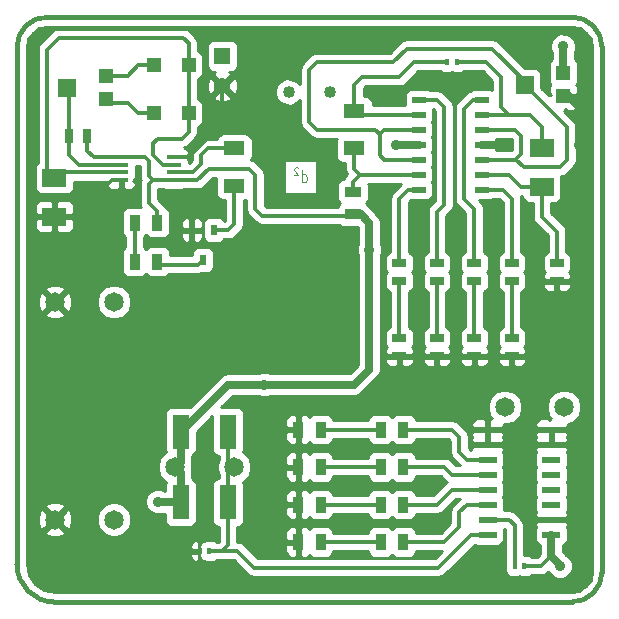
<source format=gbl>
G04 (created by PCBNEW (2013-mar-13)-testing) date Mon 25 Mar 2013 01:51:38 PM CET*
%MOIN*%
G04 Gerber Fmt 3.4, Leading zero omitted, Abs format*
%FSLAX34Y34*%
G01*
G70*
G90*
G04 APERTURE LIST*
%ADD10C,2.3622e-06*%
%ADD11C,0.0049*%
%ADD12C,0.015*%
%ADD13R,0.035X0.055*%
%ADD14R,0.055X0.035*%
%ADD15R,0.025X0.045*%
%ADD16R,0.045X0.025*%
%ADD17R,0.05X0.016*%
%ADD18C,0.04*%
%ADD19C,0.065*%
%ADD20R,0.055X0.055*%
%ADD21C,0.055*%
%ADD22R,0.0551X0.1142*%
%ADD23R,0.024X0.035*%
%ADD24R,0.0472X0.0472*%
%ADD25R,0.045X0.02*%
%ADD26R,0.0591X0.063*%
%ADD27R,0.0709X0.0472*%
%ADD28R,0.061X0.024*%
%ADD29R,0.08X0.06*%
%ADD30R,0.0157X0.0216*%
%ADD31C,0.035*%
%ADD32C,0.012*%
%ADD33C,0.025*%
%ADD34C,0.01*%
G04 APERTURE END LIST*
G54D10*
G54D11*
X58252Y-33759D02*
X58252Y-33365D01*
X58252Y-33740D02*
X58282Y-33759D01*
X58342Y-33759D01*
X58372Y-33740D01*
X58387Y-33721D01*
X58402Y-33684D01*
X58402Y-33571D01*
X58387Y-33534D01*
X58372Y-33515D01*
X58342Y-33496D01*
X58282Y-33496D01*
X58252Y-33515D01*
X58117Y-33271D02*
X58087Y-33252D01*
X58042Y-33252D01*
X58012Y-33271D01*
X57997Y-33309D01*
X57997Y-33346D01*
X58012Y-33384D01*
X58117Y-33515D01*
X57997Y-33515D01*
G54D12*
X67250Y-28250D02*
X49750Y-28250D01*
X68250Y-46750D02*
X68250Y-29250D01*
X68250Y-29250D02*
G75*
G03X67250Y-28250I-1000J0D01*
G74*
G01*
X50000Y-47750D02*
X67250Y-47750D01*
X48750Y-46500D02*
X48750Y-29250D01*
X48750Y-46500D02*
G75*
G03X50000Y-47750I1250J0D01*
G74*
G01*
X67250Y-47750D02*
G75*
G03X68250Y-46750I0J1000D01*
G74*
G01*
X49750Y-28250D02*
G75*
G03X48750Y-29250I0J-1000D01*
G74*
G01*
G54D13*
X52675Y-36400D03*
X53425Y-36400D03*
G54D14*
X59950Y-34825D03*
X59950Y-34075D03*
G54D15*
X50500Y-32200D03*
X51100Y-32200D03*
G54D16*
X65250Y-36450D03*
X65250Y-37050D03*
X64000Y-36450D03*
X64000Y-37050D03*
X62750Y-36450D03*
X62750Y-37050D03*
X61500Y-36450D03*
X61500Y-37050D03*
G54D13*
X58875Y-42000D03*
X58125Y-42000D03*
X58875Y-43250D03*
X58125Y-43250D03*
X58875Y-44500D03*
X58125Y-44500D03*
X58875Y-45750D03*
X58125Y-45750D03*
G54D17*
X53975Y-32915D03*
X53975Y-33170D03*
X53975Y-33430D03*
X53975Y-33685D03*
X52225Y-33685D03*
X52225Y-33430D03*
X52225Y-33170D03*
X52225Y-32915D03*
G54D18*
X59189Y-30750D03*
X57811Y-30750D03*
G54D19*
X50016Y-45000D03*
X51984Y-45000D03*
X50016Y-37750D03*
X51984Y-37750D03*
X65016Y-41250D03*
X66984Y-41250D03*
G54D20*
X55600Y-29550D03*
G54D21*
X55600Y-30550D03*
G54D22*
X54213Y-44431D03*
X55787Y-44431D03*
X54213Y-42069D03*
X55787Y-42069D03*
G54D19*
X54016Y-43250D03*
X55984Y-43250D03*
G54D23*
X55325Y-35350D03*
X54575Y-35350D03*
X54950Y-36350D03*
G54D24*
X54471Y-29850D03*
X53329Y-29850D03*
X53329Y-31450D03*
X54471Y-31450D03*
G54D25*
X62150Y-34000D03*
X62150Y-33500D03*
X62150Y-33000D03*
X62150Y-32500D03*
X62150Y-32000D03*
X62150Y-31500D03*
X62150Y-31000D03*
X64250Y-31000D03*
X64250Y-31500D03*
X64250Y-32000D03*
X64250Y-32500D03*
X64250Y-33000D03*
X64250Y-33500D03*
X64250Y-34000D03*
G54D26*
X50429Y-30600D03*
G54D24*
X51709Y-30206D03*
X51709Y-30994D03*
G54D26*
X65679Y-30500D03*
G54D24*
X66959Y-30106D03*
X66959Y-30894D03*
G54D27*
X60000Y-32630D03*
X60000Y-31370D03*
X56000Y-33880D03*
X56000Y-32620D03*
G54D28*
X64437Y-45500D03*
X66563Y-45500D03*
X64437Y-45000D03*
X66563Y-45000D03*
X64437Y-44500D03*
X66563Y-44500D03*
X64437Y-44000D03*
X66563Y-44000D03*
X64437Y-43500D03*
X66563Y-43500D03*
X64437Y-43000D03*
X66563Y-43000D03*
X64437Y-42500D03*
X66563Y-42500D03*
X64437Y-42000D03*
X66563Y-42000D03*
G54D13*
X61625Y-45750D03*
X60875Y-45750D03*
X61625Y-44500D03*
X60875Y-44500D03*
X61625Y-43250D03*
X60875Y-43250D03*
X61625Y-42000D03*
X60875Y-42000D03*
G54D16*
X61500Y-39550D03*
X61500Y-38950D03*
X62750Y-39550D03*
X62750Y-38950D03*
X64000Y-39550D03*
X64000Y-38950D03*
X65250Y-39550D03*
X65250Y-38950D03*
X66750Y-36450D03*
X66750Y-37050D03*
G54D29*
X50000Y-33600D03*
X50000Y-34900D03*
X66250Y-32600D03*
X66250Y-33900D03*
G54D30*
X65657Y-46550D03*
X65343Y-46550D03*
X63093Y-29750D03*
X63407Y-29750D03*
X55157Y-46050D03*
X54843Y-46050D03*
G54D13*
X53425Y-35100D03*
X52675Y-35100D03*
G54D31*
X60500Y-36000D03*
X66950Y-29225D03*
X66850Y-46550D03*
X57000Y-40500D03*
X61400Y-32500D03*
X53450Y-44400D03*
X65050Y-32500D03*
X67500Y-32500D03*
X59750Y-41250D03*
G54D32*
X53425Y-35100D02*
X53425Y-34725D01*
X53150Y-33820D02*
X53285Y-33685D01*
X53150Y-34450D02*
X53150Y-33820D01*
X53425Y-34725D02*
X53150Y-34450D01*
X65657Y-46550D02*
X66213Y-46550D01*
X66213Y-46550D02*
X66563Y-46200D01*
G54D33*
X66563Y-45500D02*
X66563Y-46200D01*
X66563Y-46200D02*
X66563Y-46213D01*
X66563Y-46213D02*
X66900Y-46550D01*
X66900Y-46550D02*
X66850Y-46550D01*
X60500Y-35650D02*
X60500Y-35100D01*
X60500Y-35650D02*
X60500Y-36000D01*
X60500Y-36000D02*
X60500Y-40000D01*
X54213Y-42069D02*
X55782Y-40500D01*
X60000Y-40500D02*
X57000Y-40500D01*
X57000Y-40500D02*
X55782Y-40500D01*
X60500Y-40000D02*
X60000Y-40500D01*
X60225Y-34825D02*
X59950Y-34825D01*
X60500Y-35100D02*
X60225Y-34825D01*
G54D32*
X59400Y-34880D02*
X59895Y-34880D01*
X59895Y-34880D02*
X59950Y-34825D01*
X56930Y-34880D02*
X59400Y-34880D01*
X56700Y-34650D02*
X56930Y-34880D01*
X56700Y-33500D02*
X56700Y-34650D01*
X56500Y-33300D02*
X56700Y-33500D01*
X55150Y-33300D02*
X56500Y-33300D01*
X54765Y-33685D02*
X55150Y-33300D01*
X53975Y-33685D02*
X54765Y-33685D01*
X52225Y-32915D02*
X51315Y-32915D01*
X51100Y-32700D02*
X51100Y-32200D01*
X51315Y-32915D02*
X51100Y-32700D01*
G54D33*
X66959Y-30106D02*
X66959Y-29234D01*
X66959Y-29234D02*
X66950Y-29225D01*
G54D32*
X52225Y-32915D02*
X53015Y-32915D01*
X53015Y-32915D02*
X53150Y-33050D01*
X53150Y-33050D02*
X53150Y-33550D01*
X53150Y-33550D02*
X53285Y-33685D01*
X53285Y-33685D02*
X53300Y-33685D01*
X53300Y-33685D02*
X53975Y-33685D01*
G54D33*
X54213Y-44431D02*
X53481Y-44431D01*
X53481Y-44431D02*
X53450Y-44400D01*
X54213Y-44431D02*
X54213Y-43447D01*
X54213Y-43447D02*
X54016Y-43250D01*
X54016Y-43250D02*
X54050Y-43250D01*
X54050Y-43250D02*
X54213Y-43087D01*
X54213Y-43087D02*
X54213Y-42069D01*
X62150Y-32500D02*
X61400Y-32500D01*
G54D32*
X60850Y-29750D02*
X61300Y-29750D01*
X58750Y-29750D02*
X60850Y-29750D01*
X58500Y-30000D02*
X58750Y-29750D01*
X58500Y-30250D02*
X58500Y-30000D01*
X58500Y-31750D02*
X58500Y-30250D01*
X58750Y-32000D02*
X58500Y-31750D01*
X60500Y-32000D02*
X60300Y-32000D01*
X60300Y-32000D02*
X58750Y-32000D01*
X60700Y-32000D02*
X60500Y-32000D01*
X60850Y-32150D02*
X60700Y-32000D01*
X65679Y-30379D02*
X65679Y-30500D01*
X64600Y-29300D02*
X65679Y-30379D01*
X61750Y-29300D02*
X64600Y-29300D01*
X61300Y-29750D02*
X61750Y-29300D01*
X62150Y-32000D02*
X61000Y-32000D01*
X61000Y-32000D02*
X60850Y-32150D01*
X62150Y-33000D02*
X61000Y-33000D01*
X60850Y-32850D02*
X60850Y-32150D01*
X61000Y-33000D02*
X60850Y-32850D01*
X65350Y-33000D02*
X65550Y-32800D01*
X65350Y-32000D02*
X64250Y-32000D01*
X65550Y-32200D02*
X65350Y-32000D01*
X65550Y-32800D02*
X65550Y-32200D01*
X64250Y-33000D02*
X65350Y-33000D01*
X65350Y-33000D02*
X65400Y-33000D01*
X65400Y-33000D02*
X65650Y-33250D01*
X65650Y-33250D02*
X66850Y-33250D01*
X66850Y-33250D02*
X67100Y-33000D01*
X67100Y-33000D02*
X67100Y-31921D01*
X67100Y-31921D02*
X65679Y-30500D01*
X55157Y-46050D02*
X55300Y-46050D01*
X55300Y-46050D02*
X55600Y-46050D01*
X55787Y-44431D02*
X55787Y-45863D01*
X55787Y-45863D02*
X55600Y-46050D01*
X55600Y-46050D02*
X55850Y-46050D01*
X63900Y-45500D02*
X62800Y-46600D01*
X63900Y-45500D02*
X64437Y-45500D01*
X56100Y-46050D02*
X55850Y-46050D01*
X56650Y-46600D02*
X56100Y-46050D01*
X62800Y-46600D02*
X56650Y-46600D01*
X55787Y-42069D02*
X55787Y-43053D01*
X55787Y-43053D02*
X55984Y-43250D01*
X55984Y-43250D02*
X55984Y-43266D01*
X55984Y-43266D02*
X55787Y-43463D01*
X55787Y-43463D02*
X55787Y-44431D01*
X50500Y-32200D02*
X50500Y-30671D01*
X50500Y-30671D02*
X50429Y-30600D01*
X52225Y-33170D02*
X50820Y-33170D01*
X50500Y-32850D02*
X50500Y-32200D01*
X50820Y-33170D02*
X50500Y-32850D01*
X53975Y-33170D02*
X53620Y-33170D01*
X54471Y-32079D02*
X54471Y-31450D01*
X54250Y-32300D02*
X54471Y-32079D01*
X53450Y-32300D02*
X54250Y-32300D01*
X53300Y-32450D02*
X53450Y-32300D01*
X53300Y-32850D02*
X53300Y-32450D01*
X53620Y-33170D02*
X53300Y-32850D01*
X54471Y-29850D02*
X54471Y-31450D01*
X54471Y-29850D02*
X54471Y-29121D01*
X54471Y-29121D02*
X54300Y-28950D01*
X54300Y-28950D02*
X50150Y-28950D01*
X54250Y-28950D02*
X54300Y-28950D01*
X50150Y-28950D02*
X49750Y-29350D01*
X49750Y-29350D02*
X49750Y-33350D01*
X49750Y-33350D02*
X50000Y-33600D01*
X52225Y-33430D02*
X50170Y-33430D01*
X50170Y-33430D02*
X50000Y-33600D01*
X54843Y-46050D02*
X51066Y-46050D01*
X51066Y-46050D02*
X50016Y-45000D01*
G54D33*
X66959Y-30894D02*
X67144Y-30894D01*
X67500Y-31250D02*
X67500Y-32500D01*
X67144Y-30894D02*
X67500Y-31250D01*
X65050Y-32500D02*
X64250Y-32500D01*
X67500Y-32500D02*
X67500Y-32500D01*
G54D32*
X55600Y-30550D02*
X55600Y-31800D01*
X54485Y-32915D02*
X53975Y-32915D01*
X55600Y-31800D02*
X54485Y-32915D01*
X52225Y-33685D02*
X51915Y-33685D01*
X51270Y-34880D02*
X50000Y-34880D01*
X51700Y-34450D02*
X51270Y-34880D01*
X51700Y-33900D02*
X51700Y-34450D01*
X51915Y-33685D02*
X51700Y-33900D01*
X52675Y-35100D02*
X52675Y-36400D01*
X54950Y-36350D02*
X54800Y-36500D01*
X53525Y-36500D02*
X53425Y-36400D01*
X54800Y-36500D02*
X53525Y-36500D01*
X55325Y-35350D02*
X55800Y-35350D01*
X56000Y-35150D02*
X56000Y-33880D01*
X55800Y-35350D02*
X56000Y-35150D01*
X64000Y-37050D02*
X64000Y-38950D01*
X65250Y-37050D02*
X65250Y-38950D01*
X60200Y-33500D02*
X62150Y-33500D01*
X59950Y-34075D02*
X59950Y-33750D01*
X60000Y-33300D02*
X60200Y-33500D01*
X60000Y-33300D02*
X60000Y-32630D01*
X59950Y-33750D02*
X60200Y-33500D01*
X63093Y-29750D02*
X62950Y-29750D01*
X62950Y-29750D02*
X62600Y-29750D01*
X62620Y-29750D02*
X62600Y-29750D01*
X62600Y-29750D02*
X62000Y-29750D01*
X60000Y-30500D02*
X60000Y-31370D01*
X60250Y-30250D02*
X60000Y-30500D01*
X61500Y-30250D02*
X60250Y-30250D01*
X62000Y-29750D02*
X61500Y-30250D01*
X62150Y-31500D02*
X61500Y-31500D01*
X61500Y-31500D02*
X60130Y-31500D01*
X60130Y-31500D02*
X60000Y-31370D01*
X64250Y-31000D02*
X63950Y-31000D01*
X64000Y-34650D02*
X64000Y-36450D01*
X63650Y-34300D02*
X64000Y-34650D01*
X63650Y-31300D02*
X63650Y-34300D01*
X63950Y-31000D02*
X63650Y-31300D01*
X64250Y-34000D02*
X64950Y-34000D01*
X65250Y-34300D02*
X65250Y-36100D01*
X64950Y-34000D02*
X65250Y-34300D01*
X65250Y-36100D02*
X65250Y-36450D01*
X65250Y-36120D02*
X65250Y-36100D01*
X64250Y-33500D02*
X65150Y-33500D01*
X65550Y-33900D02*
X66250Y-33900D01*
X65150Y-33500D02*
X65550Y-33900D01*
X66250Y-33900D02*
X66250Y-34900D01*
X66750Y-35400D02*
X66750Y-36450D01*
X66250Y-34900D02*
X66750Y-35400D01*
X61500Y-36450D02*
X61500Y-34300D01*
X61800Y-34000D02*
X62150Y-34000D01*
X61500Y-34300D02*
X61800Y-34000D01*
X61500Y-37050D02*
X61500Y-38950D01*
X62750Y-37050D02*
X62750Y-38950D01*
X62750Y-36100D02*
X62750Y-36450D01*
X62750Y-36120D02*
X62750Y-36100D01*
X62750Y-36100D02*
X62750Y-34750D01*
X62750Y-31000D02*
X62150Y-31000D01*
X63000Y-31250D02*
X62750Y-31000D01*
X63000Y-34500D02*
X63000Y-31250D01*
X62750Y-34750D02*
X63000Y-34500D01*
X53975Y-33430D02*
X54620Y-33430D01*
X55130Y-32620D02*
X56000Y-32620D01*
X54900Y-32850D02*
X55130Y-32620D01*
X54900Y-33150D02*
X54900Y-32850D01*
X54620Y-33430D02*
X54900Y-33150D01*
X53329Y-31450D02*
X52800Y-31450D01*
X51815Y-31100D02*
X51709Y-30994D01*
X52450Y-31100D02*
X51815Y-31100D01*
X52800Y-31450D02*
X52450Y-31100D01*
X51709Y-30206D02*
X52444Y-30206D01*
X52800Y-29850D02*
X53329Y-29850D01*
X52444Y-30206D02*
X52800Y-29850D01*
X63407Y-29750D02*
X63550Y-29750D01*
X63880Y-29750D02*
X64400Y-29750D01*
X64900Y-31250D02*
X65150Y-31500D01*
X64900Y-30250D02*
X64900Y-31250D01*
X64400Y-29750D02*
X64900Y-30250D01*
X63550Y-29750D02*
X63880Y-29750D01*
X64250Y-31500D02*
X65150Y-31500D01*
X65150Y-31500D02*
X65850Y-31500D01*
X66250Y-31900D02*
X66250Y-32600D01*
X65850Y-31500D02*
X66250Y-31900D01*
X60875Y-42000D02*
X58875Y-42000D01*
X61625Y-42000D02*
X63250Y-42000D01*
X63750Y-43000D02*
X64437Y-43000D01*
X63500Y-42750D02*
X63750Y-43000D01*
X63500Y-42250D02*
X63500Y-42750D01*
X63250Y-42000D02*
X63500Y-42250D01*
X64437Y-45000D02*
X65150Y-45000D01*
X65343Y-45193D02*
X65343Y-46550D01*
X65150Y-45000D02*
X65343Y-45193D01*
X61625Y-44500D02*
X62750Y-44500D01*
X63250Y-44000D02*
X64437Y-44000D01*
X62750Y-44500D02*
X63250Y-44000D01*
X60875Y-44500D02*
X58875Y-44500D01*
X60875Y-45750D02*
X58875Y-45750D01*
X64437Y-44500D02*
X63750Y-44500D01*
X63000Y-45750D02*
X61625Y-45750D01*
X63500Y-45250D02*
X63000Y-45750D01*
X63500Y-44750D02*
X63500Y-45250D01*
X63750Y-44500D02*
X63500Y-44750D01*
X61625Y-43250D02*
X63000Y-43250D01*
X63250Y-43500D02*
X64437Y-43500D01*
X63000Y-43250D02*
X63250Y-43500D01*
X60875Y-43250D02*
X58875Y-43250D01*
G54D10*
G36*
X65240Y-32671D02*
X65221Y-32690D01*
X64708Y-32690D01*
X64725Y-32649D01*
X64725Y-32612D01*
X64662Y-32550D01*
X64300Y-32550D01*
X64300Y-32557D01*
X64200Y-32557D01*
X64200Y-32550D01*
X64192Y-32550D01*
X64192Y-32450D01*
X64200Y-32450D01*
X64200Y-32442D01*
X64300Y-32442D01*
X64300Y-32450D01*
X64662Y-32450D01*
X64725Y-32387D01*
X64725Y-32350D01*
X64708Y-32310D01*
X65221Y-32310D01*
X65240Y-32328D01*
X65240Y-32671D01*
X65240Y-32671D01*
G37*
G54D34*
X65240Y-32671D02*
X65221Y-32690D01*
X64708Y-32690D01*
X64725Y-32649D01*
X64725Y-32612D01*
X64662Y-32550D01*
X64300Y-32550D01*
X64300Y-32557D01*
X64200Y-32557D01*
X64200Y-32550D01*
X64192Y-32550D01*
X64192Y-32450D01*
X64200Y-32450D01*
X64200Y-32442D01*
X64300Y-32442D01*
X64300Y-32450D01*
X64662Y-32450D01*
X64725Y-32387D01*
X64725Y-32350D01*
X64708Y-32310D01*
X65221Y-32310D01*
X65240Y-32328D01*
X65240Y-32671D01*
G54D10*
G36*
X67925Y-46716D02*
X67867Y-47006D01*
X67723Y-47222D01*
X67559Y-47332D01*
X67559Y-41136D01*
X67471Y-40924D01*
X67445Y-40897D01*
X67445Y-31179D01*
X67445Y-31006D01*
X67382Y-30944D01*
X67009Y-30944D01*
X67009Y-30951D01*
X66909Y-30951D01*
X66909Y-30944D01*
X66901Y-30944D01*
X66901Y-30844D01*
X66909Y-30844D01*
X66909Y-30836D01*
X67009Y-30836D01*
X67009Y-30844D01*
X67382Y-30844D01*
X67445Y-30781D01*
X67445Y-30608D01*
X67407Y-30516D01*
X67390Y-30500D01*
X67406Y-30483D01*
X67444Y-30391D01*
X67445Y-30292D01*
X67445Y-29820D01*
X67407Y-29728D01*
X67336Y-29658D01*
X67334Y-29657D01*
X67334Y-29408D01*
X67374Y-29309D01*
X67375Y-29140D01*
X67310Y-28984D01*
X67191Y-28864D01*
X67034Y-28800D01*
X66865Y-28799D01*
X66709Y-28864D01*
X66589Y-28983D01*
X66525Y-29140D01*
X66524Y-29309D01*
X66584Y-29452D01*
X66584Y-29656D01*
X66581Y-29657D01*
X66511Y-29728D01*
X66473Y-29820D01*
X66472Y-29919D01*
X66472Y-30391D01*
X66510Y-30483D01*
X66527Y-30500D01*
X66510Y-30516D01*
X66472Y-30608D01*
X66473Y-30781D01*
X66535Y-30843D01*
X66473Y-30843D01*
X66473Y-30855D01*
X66224Y-30607D01*
X66224Y-30135D01*
X66186Y-30043D01*
X66116Y-29973D01*
X66024Y-29935D01*
X65924Y-29934D01*
X65673Y-29934D01*
X64819Y-29080D01*
X64718Y-29013D01*
X64600Y-28990D01*
X61750Y-28990D01*
X61631Y-29013D01*
X61530Y-29080D01*
X61171Y-29440D01*
X60850Y-29440D01*
X58750Y-29440D01*
X58631Y-29463D01*
X58591Y-29490D01*
X58530Y-29530D01*
X58530Y-29530D01*
X58280Y-29780D01*
X58213Y-29881D01*
X58190Y-30000D01*
X58190Y-30250D01*
X58190Y-30492D01*
X58066Y-30368D01*
X57900Y-30300D01*
X57721Y-30299D01*
X57556Y-30368D01*
X57429Y-30494D01*
X57361Y-30660D01*
X57360Y-30839D01*
X57429Y-31004D01*
X57555Y-31131D01*
X57721Y-31199D01*
X57900Y-31200D01*
X58065Y-31131D01*
X58190Y-31007D01*
X58190Y-31750D01*
X58213Y-31868D01*
X58280Y-31969D01*
X58530Y-32219D01*
X58530Y-32219D01*
X58591Y-32259D01*
X58631Y-32286D01*
X58631Y-32286D01*
X58750Y-32310D01*
X59409Y-32310D01*
X59395Y-32344D01*
X59395Y-32443D01*
X59395Y-32915D01*
X59433Y-33007D01*
X59503Y-33077D01*
X59595Y-33115D01*
X59690Y-33116D01*
X59690Y-33300D01*
X59713Y-33418D01*
X59765Y-33496D01*
X59730Y-33530D01*
X59663Y-33631D01*
X59659Y-33649D01*
X59625Y-33649D01*
X59533Y-33687D01*
X59463Y-33758D01*
X59425Y-33850D01*
X59424Y-33949D01*
X59424Y-34299D01*
X59462Y-34391D01*
X59521Y-34450D01*
X59463Y-34508D01*
X59437Y-34570D01*
X59400Y-34570D01*
X58737Y-34570D01*
X58737Y-34150D01*
X58737Y-33000D01*
X57663Y-33000D01*
X57663Y-34150D01*
X58737Y-34150D01*
X58737Y-34570D01*
X57058Y-34570D01*
X57010Y-34521D01*
X57010Y-33500D01*
X56986Y-33381D01*
X56919Y-33280D01*
X56719Y-33080D01*
X56618Y-33013D01*
X56561Y-33002D01*
X56566Y-32997D01*
X56604Y-32905D01*
X56604Y-32806D01*
X56604Y-32334D01*
X56566Y-32242D01*
X56496Y-32172D01*
X56404Y-32134D01*
X56304Y-32133D01*
X56129Y-32133D01*
X56129Y-30625D01*
X56125Y-30536D01*
X56125Y-29775D01*
X56125Y-29225D01*
X56087Y-29133D01*
X56016Y-29063D01*
X55924Y-29025D01*
X55825Y-29024D01*
X55275Y-29024D01*
X55183Y-29062D01*
X55113Y-29133D01*
X55075Y-29225D01*
X55074Y-29324D01*
X55074Y-29874D01*
X55112Y-29966D01*
X55183Y-30036D01*
X55275Y-30074D01*
X55362Y-30075D01*
X55327Y-30089D01*
X55302Y-30182D01*
X55600Y-30479D01*
X55897Y-30182D01*
X55872Y-30089D01*
X55831Y-30075D01*
X55924Y-30075D01*
X56016Y-30037D01*
X56086Y-29966D01*
X56124Y-29874D01*
X56125Y-29775D01*
X56125Y-30536D01*
X56118Y-30417D01*
X56060Y-30277D01*
X55967Y-30252D01*
X55670Y-30550D01*
X55967Y-30847D01*
X56060Y-30822D01*
X56129Y-30625D01*
X56129Y-32133D01*
X55897Y-32133D01*
X55897Y-30917D01*
X55600Y-30620D01*
X55529Y-30691D01*
X55529Y-30550D01*
X55232Y-30252D01*
X55139Y-30277D01*
X55070Y-30474D01*
X55081Y-30682D01*
X55139Y-30822D01*
X55232Y-30847D01*
X55529Y-30550D01*
X55529Y-30691D01*
X55302Y-30917D01*
X55327Y-31010D01*
X55524Y-31079D01*
X55732Y-31068D01*
X55872Y-31010D01*
X55897Y-30917D01*
X55897Y-32133D01*
X55595Y-32133D01*
X55504Y-32171D01*
X55433Y-32242D01*
X55405Y-32310D01*
X55130Y-32310D01*
X55011Y-32333D01*
X54910Y-32400D01*
X54910Y-32400D01*
X54680Y-32630D01*
X54613Y-32731D01*
X54590Y-32850D01*
X54590Y-33021D01*
X54491Y-33120D01*
X54475Y-33120D01*
X54475Y-33044D01*
X54475Y-33040D01*
X54475Y-33040D01*
X54475Y-33017D01*
X54458Y-33001D01*
X54437Y-32948D01*
X54366Y-32878D01*
X54359Y-32875D01*
X54412Y-32875D01*
X54475Y-32812D01*
X54475Y-32785D01*
X54437Y-32693D01*
X54366Y-32623D01*
X54307Y-32598D01*
X54368Y-32586D01*
X54469Y-32519D01*
X54690Y-32298D01*
X54690Y-32298D01*
X54690Y-32298D01*
X54730Y-32237D01*
X54757Y-32197D01*
X54757Y-32197D01*
X54781Y-32079D01*
X54781Y-31925D01*
X54848Y-31898D01*
X54918Y-31827D01*
X54956Y-31735D01*
X54957Y-31636D01*
X54957Y-31164D01*
X54919Y-31072D01*
X54848Y-31002D01*
X54781Y-30974D01*
X54781Y-30325D01*
X54848Y-30298D01*
X54918Y-30227D01*
X54956Y-30135D01*
X54957Y-30036D01*
X54957Y-29564D01*
X54919Y-29472D01*
X54848Y-29402D01*
X54781Y-29374D01*
X54781Y-29121D01*
X54757Y-29002D01*
X54690Y-28901D01*
X54519Y-28730D01*
X54418Y-28663D01*
X54300Y-28640D01*
X54250Y-28640D01*
X50150Y-28640D01*
X50031Y-28663D01*
X49930Y-28730D01*
X49930Y-28730D01*
X49930Y-28730D01*
X49530Y-29130D01*
X49463Y-29231D01*
X49440Y-29350D01*
X49440Y-33106D01*
X49388Y-33158D01*
X49350Y-33250D01*
X49349Y-33349D01*
X49349Y-33949D01*
X49387Y-34041D01*
X49458Y-34111D01*
X49550Y-34149D01*
X49649Y-34150D01*
X50449Y-34150D01*
X50541Y-34112D01*
X50611Y-34041D01*
X50649Y-33949D01*
X50650Y-33850D01*
X50650Y-33740D01*
X51772Y-33740D01*
X51725Y-33787D01*
X51724Y-33814D01*
X51762Y-33906D01*
X51833Y-33976D01*
X51925Y-34014D01*
X52024Y-34015D01*
X52112Y-34015D01*
X52175Y-33952D01*
X52175Y-33760D01*
X52275Y-33760D01*
X52275Y-33952D01*
X52337Y-34015D01*
X52425Y-34015D01*
X52524Y-34014D01*
X52616Y-33976D01*
X52687Y-33906D01*
X52725Y-33814D01*
X52725Y-33787D01*
X52662Y-33725D01*
X52609Y-33725D01*
X52616Y-33722D01*
X52686Y-33651D01*
X52708Y-33598D01*
X52725Y-33582D01*
X52725Y-33555D01*
X52724Y-33555D01*
X52725Y-33460D01*
X52725Y-33300D01*
X52724Y-33300D01*
X52724Y-33299D01*
X52725Y-33225D01*
X52840Y-33225D01*
X52840Y-33550D01*
X52863Y-33668D01*
X52874Y-33685D01*
X52863Y-33701D01*
X52840Y-33820D01*
X52840Y-34450D01*
X52863Y-34568D01*
X52867Y-34575D01*
X52800Y-34574D01*
X52450Y-34574D01*
X52358Y-34612D01*
X52288Y-34683D01*
X52250Y-34775D01*
X52249Y-34874D01*
X52249Y-35424D01*
X52287Y-35516D01*
X52358Y-35586D01*
X52365Y-35589D01*
X52365Y-35910D01*
X52358Y-35912D01*
X52288Y-35983D01*
X52250Y-36075D01*
X52249Y-36174D01*
X52249Y-36724D01*
X52287Y-36816D01*
X52358Y-36886D01*
X52450Y-36924D01*
X52549Y-36925D01*
X52899Y-36925D01*
X52991Y-36887D01*
X53050Y-36828D01*
X53108Y-36886D01*
X53200Y-36924D01*
X53299Y-36925D01*
X53649Y-36925D01*
X53741Y-36887D01*
X53811Y-36816D01*
X53814Y-36810D01*
X54800Y-36810D01*
X54918Y-36786D01*
X54935Y-36775D01*
X55119Y-36775D01*
X55211Y-36737D01*
X55281Y-36666D01*
X55319Y-36574D01*
X55320Y-36475D01*
X55320Y-36125D01*
X55282Y-36033D01*
X55211Y-35963D01*
X55119Y-35925D01*
X55020Y-35924D01*
X54945Y-35924D01*
X54945Y-35475D01*
X54945Y-35224D01*
X54944Y-35125D01*
X54906Y-35033D01*
X54836Y-34962D01*
X54744Y-34924D01*
X54687Y-34925D01*
X54625Y-34987D01*
X54625Y-35300D01*
X54882Y-35300D01*
X54945Y-35237D01*
X54945Y-35224D01*
X54945Y-35475D01*
X54945Y-35462D01*
X54882Y-35400D01*
X54625Y-35400D01*
X54625Y-35712D01*
X54687Y-35775D01*
X54744Y-35775D01*
X54836Y-35737D01*
X54906Y-35666D01*
X54944Y-35574D01*
X54945Y-35475D01*
X54945Y-35924D01*
X54780Y-35924D01*
X54688Y-35962D01*
X54618Y-36033D01*
X54580Y-36125D01*
X54579Y-36190D01*
X54525Y-36190D01*
X54525Y-35712D01*
X54525Y-35400D01*
X54525Y-35300D01*
X54525Y-34987D01*
X54462Y-34925D01*
X54405Y-34924D01*
X54313Y-34962D01*
X54243Y-35033D01*
X54205Y-35125D01*
X54204Y-35224D01*
X54205Y-35237D01*
X54267Y-35300D01*
X54525Y-35300D01*
X54525Y-35400D01*
X54267Y-35400D01*
X54205Y-35462D01*
X54204Y-35475D01*
X54205Y-35574D01*
X54243Y-35666D01*
X54313Y-35737D01*
X54405Y-35775D01*
X54462Y-35775D01*
X54525Y-35712D01*
X54525Y-36190D01*
X53850Y-36190D01*
X53850Y-36075D01*
X53812Y-35983D01*
X53741Y-35913D01*
X53649Y-35875D01*
X53550Y-35874D01*
X53200Y-35874D01*
X53108Y-35912D01*
X53049Y-35971D01*
X52991Y-35913D01*
X52985Y-35910D01*
X52985Y-35589D01*
X52991Y-35587D01*
X53050Y-35528D01*
X53108Y-35586D01*
X53200Y-35624D01*
X53299Y-35625D01*
X53649Y-35625D01*
X53741Y-35587D01*
X53811Y-35516D01*
X53849Y-35424D01*
X53850Y-35325D01*
X53850Y-34775D01*
X53812Y-34683D01*
X53741Y-34613D01*
X53706Y-34598D01*
X53644Y-34505D01*
X53460Y-34321D01*
X53460Y-33995D01*
X53626Y-33995D01*
X53675Y-34014D01*
X53774Y-34015D01*
X54274Y-34015D01*
X54323Y-33995D01*
X54765Y-33995D01*
X54883Y-33971D01*
X54984Y-33904D01*
X55278Y-33610D01*
X55395Y-33610D01*
X55395Y-33693D01*
X55395Y-34165D01*
X55433Y-34257D01*
X55503Y-34327D01*
X55595Y-34365D01*
X55690Y-34366D01*
X55690Y-35021D01*
X55671Y-35040D01*
X55659Y-35040D01*
X55657Y-35033D01*
X55586Y-34963D01*
X55494Y-34925D01*
X55395Y-34924D01*
X55155Y-34924D01*
X55063Y-34962D01*
X54993Y-35033D01*
X54955Y-35125D01*
X54954Y-35224D01*
X54954Y-35574D01*
X54992Y-35666D01*
X55063Y-35736D01*
X55155Y-35774D01*
X55254Y-35775D01*
X55494Y-35775D01*
X55586Y-35737D01*
X55656Y-35666D01*
X55659Y-35660D01*
X55800Y-35660D01*
X55918Y-35636D01*
X56019Y-35569D01*
X56219Y-35369D01*
X56286Y-35268D01*
X56310Y-35150D01*
X56310Y-34366D01*
X56390Y-34366D01*
X56390Y-34650D01*
X56413Y-34768D01*
X56480Y-34869D01*
X56710Y-35099D01*
X56710Y-35099D01*
X56811Y-35166D01*
X56930Y-35190D01*
X59400Y-35190D01*
X59511Y-35190D01*
X59533Y-35211D01*
X59625Y-35249D01*
X59724Y-35250D01*
X60119Y-35250D01*
X60125Y-35255D01*
X60125Y-35650D01*
X60125Y-35794D01*
X60075Y-35915D01*
X60074Y-36084D01*
X60125Y-36205D01*
X60125Y-39844D01*
X59844Y-40125D01*
X57205Y-40125D01*
X57084Y-40075D01*
X56915Y-40074D01*
X56794Y-40125D01*
X55782Y-40125D01*
X55638Y-40153D01*
X55516Y-40234D01*
X54503Y-41248D01*
X54438Y-41247D01*
X53887Y-41247D01*
X53796Y-41285D01*
X53725Y-41356D01*
X53687Y-41448D01*
X53687Y-41547D01*
X53687Y-42689D01*
X53713Y-42752D01*
X53690Y-42762D01*
X53528Y-42923D01*
X53441Y-43135D01*
X53440Y-43363D01*
X53528Y-43575D01*
X53689Y-43737D01*
X53713Y-43747D01*
X53687Y-43810D01*
X53687Y-43909D01*
X53687Y-44038D01*
X53534Y-43975D01*
X53365Y-43974D01*
X53209Y-44039D01*
X53089Y-44158D01*
X53025Y-44315D01*
X53024Y-44484D01*
X53089Y-44640D01*
X53208Y-44760D01*
X53365Y-44824D01*
X53534Y-44825D01*
X53580Y-44806D01*
X53687Y-44806D01*
X53687Y-45051D01*
X53725Y-45143D01*
X53795Y-45213D01*
X53887Y-45251D01*
X53987Y-45252D01*
X54538Y-45252D01*
X54629Y-45214D01*
X54700Y-45143D01*
X54738Y-45051D01*
X54738Y-44952D01*
X54738Y-43810D01*
X54700Y-43718D01*
X54630Y-43648D01*
X54588Y-43630D01*
X54588Y-43447D01*
X54577Y-43396D01*
X54590Y-43364D01*
X54591Y-43136D01*
X54582Y-43115D01*
X54587Y-43087D01*
X54588Y-43087D01*
X54588Y-42869D01*
X54629Y-42852D01*
X54700Y-42781D01*
X54738Y-42689D01*
X54738Y-42590D01*
X54738Y-42073D01*
X55261Y-41550D01*
X55261Y-42689D01*
X55299Y-42781D01*
X55369Y-42851D01*
X55461Y-42889D01*
X55477Y-42889D01*
X55477Y-42971D01*
X55409Y-43135D01*
X55408Y-43363D01*
X55477Y-43528D01*
X55477Y-43609D01*
X55461Y-43609D01*
X55370Y-43647D01*
X55299Y-43718D01*
X55261Y-43810D01*
X55261Y-43909D01*
X55261Y-45051D01*
X55299Y-45143D01*
X55369Y-45213D01*
X55461Y-45251D01*
X55477Y-45251D01*
X55477Y-45734D01*
X55471Y-45740D01*
X55387Y-45740D01*
X55377Y-45730D01*
X55285Y-45692D01*
X55185Y-45691D01*
X55028Y-45691D01*
X55000Y-45703D01*
X54971Y-45691D01*
X54944Y-45692D01*
X54882Y-45754D01*
X54882Y-45784D01*
X54866Y-45800D01*
X54828Y-45892D01*
X54828Y-45991D01*
X54828Y-46207D01*
X54866Y-46299D01*
X54882Y-46315D01*
X54882Y-46345D01*
X54944Y-46408D01*
X54971Y-46408D01*
X54999Y-46396D01*
X55028Y-46407D01*
X55128Y-46408D01*
X55285Y-46408D01*
X55376Y-46370D01*
X55387Y-46360D01*
X55600Y-46360D01*
X55850Y-46360D01*
X55971Y-46360D01*
X56430Y-46819D01*
X56531Y-46886D01*
X56650Y-46910D01*
X62800Y-46910D01*
X62918Y-46886D01*
X63019Y-46819D01*
X64001Y-45836D01*
X64082Y-45869D01*
X64181Y-45870D01*
X64791Y-45870D01*
X64883Y-45832D01*
X64953Y-45761D01*
X64991Y-45669D01*
X64992Y-45570D01*
X64992Y-45330D01*
X64983Y-45310D01*
X65021Y-45310D01*
X65033Y-45321D01*
X65033Y-46347D01*
X65014Y-46392D01*
X65014Y-46491D01*
X65014Y-46707D01*
X65052Y-46799D01*
X65122Y-46869D01*
X65214Y-46907D01*
X65314Y-46908D01*
X65471Y-46908D01*
X65499Y-46896D01*
X65528Y-46907D01*
X65628Y-46908D01*
X65785Y-46908D01*
X65876Y-46870D01*
X65887Y-46860D01*
X66213Y-46860D01*
X66331Y-46836D01*
X66432Y-46769D01*
X66466Y-46734D01*
X66489Y-46790D01*
X66608Y-46910D01*
X66765Y-46974D01*
X66934Y-46975D01*
X67090Y-46910D01*
X67210Y-46791D01*
X67274Y-46634D01*
X67275Y-46550D01*
X67275Y-46465D01*
X67210Y-46309D01*
X67091Y-46189D01*
X67055Y-46175D01*
X66938Y-46057D01*
X66938Y-45861D01*
X67009Y-45832D01*
X67079Y-45761D01*
X67117Y-45669D01*
X67118Y-45570D01*
X67118Y-45330D01*
X67084Y-45250D01*
X67118Y-45169D01*
X67118Y-44830D01*
X67084Y-44749D01*
X67117Y-44669D01*
X67118Y-44570D01*
X67118Y-44330D01*
X67084Y-44249D01*
X67117Y-44169D01*
X67118Y-44070D01*
X67118Y-43830D01*
X67084Y-43749D01*
X67117Y-43669D01*
X67118Y-43570D01*
X67118Y-43330D01*
X67084Y-43249D01*
X67117Y-43169D01*
X67118Y-43070D01*
X67118Y-42830D01*
X67084Y-42750D01*
X67118Y-42669D01*
X67118Y-42330D01*
X67084Y-42250D01*
X67118Y-42169D01*
X67118Y-42112D01*
X67055Y-42050D01*
X66613Y-42050D01*
X66613Y-42192D01*
X66613Y-42307D01*
X66613Y-42450D01*
X67055Y-42450D01*
X67118Y-42387D01*
X67118Y-42330D01*
X67118Y-42669D01*
X67118Y-42612D01*
X67055Y-42550D01*
X66613Y-42550D01*
X66613Y-42557D01*
X66513Y-42557D01*
X66513Y-42550D01*
X66513Y-42450D01*
X66513Y-42307D01*
X66513Y-42192D01*
X66513Y-42050D01*
X66070Y-42050D01*
X66008Y-42112D01*
X66007Y-42169D01*
X66041Y-42250D01*
X66007Y-42330D01*
X66008Y-42387D01*
X66070Y-42450D01*
X66513Y-42450D01*
X66513Y-42550D01*
X66070Y-42550D01*
X66008Y-42612D01*
X66007Y-42669D01*
X66041Y-42750D01*
X66008Y-42830D01*
X66007Y-42929D01*
X66007Y-43169D01*
X66041Y-43250D01*
X66008Y-43330D01*
X66007Y-43429D01*
X66007Y-43669D01*
X66041Y-43750D01*
X66008Y-43830D01*
X66007Y-43929D01*
X66007Y-44169D01*
X66041Y-44250D01*
X66008Y-44330D01*
X66007Y-44429D01*
X66007Y-44669D01*
X66041Y-44750D01*
X66007Y-44830D01*
X66008Y-44887D01*
X66070Y-44950D01*
X66513Y-44950D01*
X66513Y-44942D01*
X66613Y-44942D01*
X66613Y-44950D01*
X67055Y-44950D01*
X67118Y-44887D01*
X67118Y-44830D01*
X67118Y-45169D01*
X67118Y-45112D01*
X67055Y-45050D01*
X66613Y-45050D01*
X66613Y-45057D01*
X66513Y-45057D01*
X66513Y-45050D01*
X66070Y-45050D01*
X66008Y-45112D01*
X66007Y-45169D01*
X66041Y-45250D01*
X66008Y-45330D01*
X66007Y-45429D01*
X66007Y-45669D01*
X66045Y-45761D01*
X66116Y-45831D01*
X66188Y-45861D01*
X66188Y-46136D01*
X66084Y-46240D01*
X65887Y-46240D01*
X65877Y-46230D01*
X65785Y-46192D01*
X65725Y-46191D01*
X65725Y-39724D01*
X65725Y-39662D01*
X65662Y-39600D01*
X65300Y-39600D01*
X65300Y-39862D01*
X65362Y-39925D01*
X65425Y-39925D01*
X65524Y-39924D01*
X65616Y-39886D01*
X65687Y-39816D01*
X65725Y-39724D01*
X65725Y-46191D01*
X65685Y-46191D01*
X65653Y-46191D01*
X65653Y-45193D01*
X65652Y-45192D01*
X65653Y-45192D01*
X65648Y-45169D01*
X65629Y-45074D01*
X65629Y-45074D01*
X65591Y-45017D01*
X65591Y-41136D01*
X65503Y-40924D01*
X65342Y-40762D01*
X65200Y-40703D01*
X65200Y-39862D01*
X65200Y-39600D01*
X64837Y-39600D01*
X64775Y-39662D01*
X64774Y-39724D01*
X64812Y-39816D01*
X64883Y-39886D01*
X64975Y-39924D01*
X65074Y-39925D01*
X65137Y-39925D01*
X65200Y-39862D01*
X65200Y-40703D01*
X65130Y-40675D01*
X64902Y-40674D01*
X64690Y-40762D01*
X64528Y-40923D01*
X64475Y-41053D01*
X64475Y-39724D01*
X64475Y-39662D01*
X64412Y-39600D01*
X64050Y-39600D01*
X64050Y-39862D01*
X64112Y-39925D01*
X64175Y-39925D01*
X64274Y-39924D01*
X64366Y-39886D01*
X64437Y-39816D01*
X64475Y-39724D01*
X64475Y-41053D01*
X64441Y-41135D01*
X64440Y-41363D01*
X64528Y-41575D01*
X64582Y-41629D01*
X64549Y-41630D01*
X64487Y-41692D01*
X64487Y-41950D01*
X64929Y-41950D01*
X64992Y-41887D01*
X64992Y-41830D01*
X64989Y-41824D01*
X65129Y-41825D01*
X65341Y-41737D01*
X65503Y-41576D01*
X65590Y-41364D01*
X65591Y-41136D01*
X65591Y-45017D01*
X65562Y-44973D01*
X65562Y-44973D01*
X65369Y-44780D01*
X65268Y-44713D01*
X65150Y-44690D01*
X64983Y-44690D01*
X64991Y-44669D01*
X64992Y-44570D01*
X64992Y-44330D01*
X64958Y-44249D01*
X64991Y-44169D01*
X64992Y-44070D01*
X64992Y-43830D01*
X64958Y-43749D01*
X64991Y-43669D01*
X64992Y-43570D01*
X64992Y-43330D01*
X64958Y-43249D01*
X64991Y-43169D01*
X64992Y-43070D01*
X64992Y-42830D01*
X64958Y-42750D01*
X64992Y-42669D01*
X64992Y-42330D01*
X64958Y-42250D01*
X64992Y-42169D01*
X64992Y-42112D01*
X64929Y-42050D01*
X64487Y-42050D01*
X64487Y-42192D01*
X64487Y-42307D01*
X64487Y-42450D01*
X64929Y-42450D01*
X64992Y-42387D01*
X64992Y-42330D01*
X64992Y-42669D01*
X64992Y-42612D01*
X64929Y-42550D01*
X64487Y-42550D01*
X64487Y-42557D01*
X64387Y-42557D01*
X64387Y-42550D01*
X64387Y-42450D01*
X64387Y-42307D01*
X64387Y-42192D01*
X64387Y-42050D01*
X64387Y-41950D01*
X64387Y-41692D01*
X64324Y-41630D01*
X64181Y-41629D01*
X64082Y-41630D01*
X63990Y-41668D01*
X63950Y-41708D01*
X63950Y-39862D01*
X63950Y-39600D01*
X63587Y-39600D01*
X63525Y-39662D01*
X63524Y-39724D01*
X63562Y-39816D01*
X63633Y-39886D01*
X63725Y-39924D01*
X63824Y-39925D01*
X63887Y-39925D01*
X63950Y-39862D01*
X63950Y-41708D01*
X63919Y-41738D01*
X63881Y-41830D01*
X63882Y-41887D01*
X63944Y-41950D01*
X64387Y-41950D01*
X64387Y-42050D01*
X63944Y-42050D01*
X63882Y-42112D01*
X63881Y-42169D01*
X63915Y-42250D01*
X63881Y-42330D01*
X63882Y-42387D01*
X63944Y-42450D01*
X64387Y-42450D01*
X64387Y-42550D01*
X63944Y-42550D01*
X63882Y-42612D01*
X63881Y-42669D01*
X63890Y-42690D01*
X63878Y-42690D01*
X63810Y-42621D01*
X63810Y-42250D01*
X63786Y-42131D01*
X63786Y-42131D01*
X63759Y-42091D01*
X63719Y-42030D01*
X63719Y-42030D01*
X63469Y-41780D01*
X63368Y-41713D01*
X63250Y-41690D01*
X63225Y-41690D01*
X63225Y-39724D01*
X63225Y-39662D01*
X63162Y-39600D01*
X62800Y-39600D01*
X62800Y-39862D01*
X62862Y-39925D01*
X62925Y-39925D01*
X63024Y-39924D01*
X63116Y-39886D01*
X63187Y-39816D01*
X63225Y-39724D01*
X63225Y-41690D01*
X62700Y-41690D01*
X62700Y-39862D01*
X62700Y-39600D01*
X62337Y-39600D01*
X62275Y-39662D01*
X62274Y-39724D01*
X62312Y-39816D01*
X62383Y-39886D01*
X62475Y-39924D01*
X62574Y-39925D01*
X62637Y-39925D01*
X62700Y-39862D01*
X62700Y-41690D01*
X62050Y-41690D01*
X62050Y-41675D01*
X62012Y-41583D01*
X61975Y-41546D01*
X61975Y-39724D01*
X61975Y-39662D01*
X61912Y-39600D01*
X61550Y-39600D01*
X61550Y-39862D01*
X61612Y-39925D01*
X61675Y-39925D01*
X61774Y-39924D01*
X61866Y-39886D01*
X61937Y-39816D01*
X61975Y-39724D01*
X61975Y-41546D01*
X61941Y-41513D01*
X61849Y-41475D01*
X61750Y-41474D01*
X61450Y-41474D01*
X61450Y-39862D01*
X61450Y-39600D01*
X61087Y-39600D01*
X61025Y-39662D01*
X61024Y-39724D01*
X61062Y-39816D01*
X61133Y-39886D01*
X61225Y-39924D01*
X61324Y-39925D01*
X61387Y-39925D01*
X61450Y-39862D01*
X61450Y-41474D01*
X61400Y-41474D01*
X61308Y-41512D01*
X61249Y-41571D01*
X61191Y-41513D01*
X61099Y-41475D01*
X61000Y-41474D01*
X60650Y-41474D01*
X60558Y-41512D01*
X60488Y-41583D01*
X60450Y-41675D01*
X60450Y-41690D01*
X59300Y-41690D01*
X59300Y-41675D01*
X59262Y-41583D01*
X59191Y-41513D01*
X59099Y-41475D01*
X59000Y-41474D01*
X58650Y-41474D01*
X58558Y-41512D01*
X58500Y-41571D01*
X58441Y-41512D01*
X58349Y-41474D01*
X58237Y-41475D01*
X58175Y-41537D01*
X58175Y-41950D01*
X58182Y-41950D01*
X58182Y-42050D01*
X58175Y-42050D01*
X58175Y-42462D01*
X58237Y-42525D01*
X58349Y-42525D01*
X58441Y-42487D01*
X58500Y-42428D01*
X58558Y-42486D01*
X58650Y-42524D01*
X58749Y-42525D01*
X59099Y-42525D01*
X59191Y-42487D01*
X59261Y-42416D01*
X59299Y-42324D01*
X59299Y-42310D01*
X60449Y-42310D01*
X60449Y-42324D01*
X60487Y-42416D01*
X60558Y-42486D01*
X60650Y-42524D01*
X60749Y-42525D01*
X61099Y-42525D01*
X61191Y-42487D01*
X61250Y-42428D01*
X61308Y-42486D01*
X61400Y-42524D01*
X61499Y-42525D01*
X61849Y-42525D01*
X61941Y-42487D01*
X62011Y-42416D01*
X62049Y-42324D01*
X62049Y-42310D01*
X63121Y-42310D01*
X63190Y-42378D01*
X63190Y-42750D01*
X63213Y-42868D01*
X63280Y-42969D01*
X63501Y-43190D01*
X63378Y-43190D01*
X63219Y-43030D01*
X63118Y-42963D01*
X63000Y-42940D01*
X62050Y-42940D01*
X62050Y-42925D01*
X62012Y-42833D01*
X61941Y-42763D01*
X61849Y-42725D01*
X61750Y-42724D01*
X61400Y-42724D01*
X61308Y-42762D01*
X61249Y-42821D01*
X61191Y-42763D01*
X61099Y-42725D01*
X61000Y-42724D01*
X60650Y-42724D01*
X60558Y-42762D01*
X60488Y-42833D01*
X60450Y-42925D01*
X60450Y-42940D01*
X59300Y-42940D01*
X59300Y-42925D01*
X59262Y-42833D01*
X59191Y-42763D01*
X59099Y-42725D01*
X59000Y-42724D01*
X58650Y-42724D01*
X58558Y-42762D01*
X58500Y-42821D01*
X58441Y-42762D01*
X58349Y-42724D01*
X58237Y-42725D01*
X58175Y-42787D01*
X58175Y-43200D01*
X58182Y-43200D01*
X58182Y-43300D01*
X58175Y-43300D01*
X58175Y-43712D01*
X58237Y-43775D01*
X58349Y-43775D01*
X58441Y-43737D01*
X58500Y-43678D01*
X58558Y-43736D01*
X58650Y-43774D01*
X58749Y-43775D01*
X59099Y-43775D01*
X59191Y-43737D01*
X59261Y-43666D01*
X59299Y-43574D01*
X59299Y-43560D01*
X60449Y-43560D01*
X60449Y-43574D01*
X60487Y-43666D01*
X60558Y-43736D01*
X60650Y-43774D01*
X60749Y-43775D01*
X61099Y-43775D01*
X61191Y-43737D01*
X61250Y-43678D01*
X61308Y-43736D01*
X61400Y-43774D01*
X61499Y-43775D01*
X61849Y-43775D01*
X61941Y-43737D01*
X62011Y-43666D01*
X62049Y-43574D01*
X62049Y-43560D01*
X62871Y-43560D01*
X63030Y-43719D01*
X63030Y-43719D01*
X63076Y-43749D01*
X63076Y-43750D01*
X63030Y-43780D01*
X62621Y-44190D01*
X62050Y-44190D01*
X62050Y-44175D01*
X62012Y-44083D01*
X61941Y-44013D01*
X61849Y-43975D01*
X61750Y-43974D01*
X61400Y-43974D01*
X61308Y-44012D01*
X61249Y-44071D01*
X61191Y-44013D01*
X61099Y-43975D01*
X61000Y-43974D01*
X60650Y-43974D01*
X60558Y-44012D01*
X60488Y-44083D01*
X60450Y-44175D01*
X60450Y-44190D01*
X59300Y-44190D01*
X59300Y-44175D01*
X59262Y-44083D01*
X59191Y-44013D01*
X59099Y-43975D01*
X59000Y-43974D01*
X58650Y-43974D01*
X58558Y-44012D01*
X58500Y-44071D01*
X58441Y-44012D01*
X58349Y-43974D01*
X58237Y-43975D01*
X58175Y-44037D01*
X58175Y-44450D01*
X58182Y-44450D01*
X58182Y-44550D01*
X58175Y-44550D01*
X58175Y-44962D01*
X58237Y-45025D01*
X58349Y-45025D01*
X58441Y-44987D01*
X58500Y-44928D01*
X58558Y-44986D01*
X58650Y-45024D01*
X58749Y-45025D01*
X59099Y-45025D01*
X59191Y-44987D01*
X59261Y-44916D01*
X59299Y-44824D01*
X59299Y-44810D01*
X60449Y-44810D01*
X60449Y-44824D01*
X60487Y-44916D01*
X60558Y-44986D01*
X60650Y-45024D01*
X60749Y-45025D01*
X61099Y-45025D01*
X61191Y-44987D01*
X61250Y-44928D01*
X61308Y-44986D01*
X61400Y-45024D01*
X61499Y-45025D01*
X61849Y-45025D01*
X61941Y-44987D01*
X62011Y-44916D01*
X62049Y-44824D01*
X62049Y-44810D01*
X62750Y-44810D01*
X62868Y-44786D01*
X62969Y-44719D01*
X63378Y-44310D01*
X63501Y-44310D01*
X63280Y-44530D01*
X63213Y-44631D01*
X63190Y-44750D01*
X63190Y-45121D01*
X62871Y-45440D01*
X62050Y-45440D01*
X62050Y-45425D01*
X62012Y-45333D01*
X61941Y-45263D01*
X61849Y-45225D01*
X61750Y-45224D01*
X61400Y-45224D01*
X61308Y-45262D01*
X61249Y-45321D01*
X61191Y-45263D01*
X61099Y-45225D01*
X61000Y-45224D01*
X60650Y-45224D01*
X60558Y-45262D01*
X60488Y-45333D01*
X60450Y-45425D01*
X60450Y-45440D01*
X59300Y-45440D01*
X59300Y-45425D01*
X59262Y-45333D01*
X59191Y-45263D01*
X59099Y-45225D01*
X59000Y-45224D01*
X58650Y-45224D01*
X58558Y-45262D01*
X58500Y-45321D01*
X58441Y-45262D01*
X58349Y-45224D01*
X58237Y-45225D01*
X58175Y-45287D01*
X58175Y-45700D01*
X58182Y-45700D01*
X58182Y-45800D01*
X58175Y-45800D01*
X58175Y-46212D01*
X58237Y-46275D01*
X58349Y-46275D01*
X58441Y-46237D01*
X58500Y-46178D01*
X58558Y-46236D01*
X58650Y-46274D01*
X58749Y-46275D01*
X59099Y-46275D01*
X59191Y-46237D01*
X59261Y-46166D01*
X59299Y-46074D01*
X59299Y-46060D01*
X60449Y-46060D01*
X60449Y-46074D01*
X60487Y-46166D01*
X60558Y-46236D01*
X60650Y-46274D01*
X60749Y-46275D01*
X61099Y-46275D01*
X61191Y-46237D01*
X61250Y-46178D01*
X61308Y-46236D01*
X61400Y-46274D01*
X61499Y-46275D01*
X61849Y-46275D01*
X61941Y-46237D01*
X62011Y-46166D01*
X62049Y-46074D01*
X62049Y-46060D01*
X62901Y-46060D01*
X62671Y-46290D01*
X58075Y-46290D01*
X58075Y-46212D01*
X58075Y-45800D01*
X58075Y-45700D01*
X58075Y-45287D01*
X58075Y-44962D01*
X58075Y-44550D01*
X58075Y-44450D01*
X58075Y-44037D01*
X58075Y-43712D01*
X58075Y-43300D01*
X58075Y-43200D01*
X58075Y-42787D01*
X58075Y-42462D01*
X58075Y-42050D01*
X58075Y-41950D01*
X58075Y-41537D01*
X58012Y-41475D01*
X57900Y-41474D01*
X57808Y-41512D01*
X57738Y-41583D01*
X57700Y-41675D01*
X57699Y-41774D01*
X57700Y-41887D01*
X57762Y-41950D01*
X58075Y-41950D01*
X58075Y-42050D01*
X57762Y-42050D01*
X57700Y-42112D01*
X57699Y-42225D01*
X57700Y-42324D01*
X57738Y-42416D01*
X57808Y-42487D01*
X57900Y-42525D01*
X58012Y-42525D01*
X58075Y-42462D01*
X58075Y-42787D01*
X58012Y-42725D01*
X57900Y-42724D01*
X57808Y-42762D01*
X57738Y-42833D01*
X57700Y-42925D01*
X57699Y-43024D01*
X57700Y-43137D01*
X57762Y-43200D01*
X58075Y-43200D01*
X58075Y-43300D01*
X57762Y-43300D01*
X57700Y-43362D01*
X57699Y-43475D01*
X57700Y-43574D01*
X57738Y-43666D01*
X57808Y-43737D01*
X57900Y-43775D01*
X58012Y-43775D01*
X58075Y-43712D01*
X58075Y-44037D01*
X58012Y-43975D01*
X57900Y-43974D01*
X57808Y-44012D01*
X57738Y-44083D01*
X57700Y-44175D01*
X57699Y-44274D01*
X57700Y-44387D01*
X57762Y-44450D01*
X58075Y-44450D01*
X58075Y-44550D01*
X57762Y-44550D01*
X57700Y-44612D01*
X57699Y-44725D01*
X57700Y-44824D01*
X57738Y-44916D01*
X57808Y-44987D01*
X57900Y-45025D01*
X58012Y-45025D01*
X58075Y-44962D01*
X58075Y-45287D01*
X58012Y-45225D01*
X57900Y-45224D01*
X57808Y-45262D01*
X57738Y-45333D01*
X57700Y-45425D01*
X57699Y-45524D01*
X57700Y-45637D01*
X57762Y-45700D01*
X58075Y-45700D01*
X58075Y-45800D01*
X57762Y-45800D01*
X57700Y-45862D01*
X57699Y-45975D01*
X57700Y-46074D01*
X57738Y-46166D01*
X57808Y-46237D01*
X57900Y-46275D01*
X58012Y-46275D01*
X58075Y-46212D01*
X58075Y-46290D01*
X56778Y-46290D01*
X56319Y-45830D01*
X56218Y-45763D01*
X56100Y-45740D01*
X56097Y-45740D01*
X56097Y-45252D01*
X56112Y-45252D01*
X56203Y-45214D01*
X56274Y-45143D01*
X56312Y-45051D01*
X56312Y-44952D01*
X56312Y-43810D01*
X56286Y-43747D01*
X56309Y-43737D01*
X56471Y-43576D01*
X56558Y-43364D01*
X56559Y-43136D01*
X56471Y-42924D01*
X56310Y-42762D01*
X56286Y-42752D01*
X56312Y-42689D01*
X56312Y-42590D01*
X56312Y-41448D01*
X56274Y-41356D01*
X56204Y-41286D01*
X56112Y-41248D01*
X56012Y-41247D01*
X55564Y-41247D01*
X55937Y-40875D01*
X56794Y-40875D01*
X56915Y-40924D01*
X57084Y-40925D01*
X57205Y-40875D01*
X60000Y-40875D01*
X60143Y-40846D01*
X60265Y-40765D01*
X60765Y-40265D01*
X60846Y-40143D01*
X60875Y-40000D01*
X60875Y-36205D01*
X60924Y-36084D01*
X60925Y-35915D01*
X60875Y-35794D01*
X60875Y-35650D01*
X60875Y-35100D01*
X60846Y-34956D01*
X60765Y-34834D01*
X60490Y-34559D01*
X60446Y-34530D01*
X60437Y-34508D01*
X60378Y-34449D01*
X60436Y-34391D01*
X60474Y-34299D01*
X60475Y-34200D01*
X60475Y-33850D01*
X60458Y-33810D01*
X61551Y-33810D01*
X61280Y-34080D01*
X61213Y-34181D01*
X61190Y-34300D01*
X61190Y-36089D01*
X61133Y-36112D01*
X61063Y-36183D01*
X61025Y-36275D01*
X61024Y-36374D01*
X61024Y-36624D01*
X61062Y-36716D01*
X61096Y-36749D01*
X61063Y-36783D01*
X61025Y-36875D01*
X61024Y-36974D01*
X61024Y-37224D01*
X61062Y-37316D01*
X61133Y-37386D01*
X61190Y-37410D01*
X61190Y-38589D01*
X61133Y-38612D01*
X61063Y-38683D01*
X61025Y-38775D01*
X61024Y-38874D01*
X61024Y-39124D01*
X61062Y-39216D01*
X61096Y-39250D01*
X61062Y-39283D01*
X61024Y-39375D01*
X61025Y-39437D01*
X61087Y-39500D01*
X61450Y-39500D01*
X61450Y-39492D01*
X61550Y-39492D01*
X61550Y-39500D01*
X61912Y-39500D01*
X61975Y-39437D01*
X61975Y-39375D01*
X61937Y-39283D01*
X61903Y-39250D01*
X61936Y-39216D01*
X61974Y-39124D01*
X61975Y-39025D01*
X61975Y-38775D01*
X61937Y-38683D01*
X61866Y-38613D01*
X61810Y-38589D01*
X61810Y-37410D01*
X61866Y-37387D01*
X61936Y-37316D01*
X61974Y-37224D01*
X61975Y-37125D01*
X61975Y-36875D01*
X61937Y-36783D01*
X61903Y-36750D01*
X61936Y-36716D01*
X61974Y-36624D01*
X61975Y-36525D01*
X61975Y-36275D01*
X61937Y-36183D01*
X61866Y-36113D01*
X61810Y-36089D01*
X61810Y-34428D01*
X61888Y-34349D01*
X61974Y-34350D01*
X62424Y-34350D01*
X62516Y-34312D01*
X62586Y-34241D01*
X62624Y-34149D01*
X62625Y-34050D01*
X62625Y-33850D01*
X62587Y-33758D01*
X62578Y-33750D01*
X62586Y-33741D01*
X62624Y-33649D01*
X62625Y-33550D01*
X62625Y-33350D01*
X62587Y-33258D01*
X62578Y-33250D01*
X62586Y-33241D01*
X62624Y-33149D01*
X62625Y-33050D01*
X62625Y-32850D01*
X62587Y-32758D01*
X62578Y-32750D01*
X62586Y-32741D01*
X62624Y-32649D01*
X62625Y-32550D01*
X62625Y-32350D01*
X62587Y-32258D01*
X62578Y-32250D01*
X62586Y-32241D01*
X62624Y-32149D01*
X62625Y-32050D01*
X62625Y-31850D01*
X62587Y-31758D01*
X62578Y-31750D01*
X62586Y-31741D01*
X62624Y-31649D01*
X62625Y-31550D01*
X62625Y-31350D01*
X62608Y-31310D01*
X62621Y-31310D01*
X62690Y-31378D01*
X62690Y-34371D01*
X62530Y-34530D01*
X62463Y-34631D01*
X62440Y-34750D01*
X62440Y-36089D01*
X62383Y-36112D01*
X62313Y-36183D01*
X62275Y-36275D01*
X62274Y-36374D01*
X62274Y-36624D01*
X62312Y-36716D01*
X62346Y-36749D01*
X62313Y-36783D01*
X62275Y-36875D01*
X62274Y-36974D01*
X62274Y-37224D01*
X62312Y-37316D01*
X62383Y-37386D01*
X62440Y-37410D01*
X62440Y-38589D01*
X62383Y-38612D01*
X62313Y-38683D01*
X62275Y-38775D01*
X62274Y-38874D01*
X62274Y-39124D01*
X62312Y-39216D01*
X62346Y-39250D01*
X62312Y-39283D01*
X62274Y-39375D01*
X62275Y-39437D01*
X62337Y-39500D01*
X62700Y-39500D01*
X62700Y-39492D01*
X62800Y-39492D01*
X62800Y-39500D01*
X63162Y-39500D01*
X63225Y-39437D01*
X63225Y-39375D01*
X63187Y-39283D01*
X63153Y-39250D01*
X63186Y-39216D01*
X63224Y-39124D01*
X63225Y-39025D01*
X63225Y-38775D01*
X63187Y-38683D01*
X63116Y-38613D01*
X63060Y-38589D01*
X63060Y-37410D01*
X63116Y-37387D01*
X63186Y-37316D01*
X63224Y-37224D01*
X63225Y-37125D01*
X63225Y-36875D01*
X63187Y-36783D01*
X63153Y-36750D01*
X63186Y-36716D01*
X63224Y-36624D01*
X63225Y-36525D01*
X63225Y-36275D01*
X63187Y-36183D01*
X63116Y-36113D01*
X63060Y-36089D01*
X63060Y-34878D01*
X63219Y-34719D01*
X63219Y-34719D01*
X63219Y-34719D01*
X63259Y-34658D01*
X63286Y-34618D01*
X63286Y-34618D01*
X63310Y-34500D01*
X63310Y-31250D01*
X63286Y-31131D01*
X63286Y-31131D01*
X63259Y-31091D01*
X63219Y-31030D01*
X63219Y-31030D01*
X62969Y-30780D01*
X62868Y-30713D01*
X62750Y-30690D01*
X62518Y-30690D01*
X62516Y-30688D01*
X62424Y-30650D01*
X62325Y-30649D01*
X61875Y-30649D01*
X61783Y-30687D01*
X61713Y-30758D01*
X61675Y-30850D01*
X61674Y-30949D01*
X61674Y-31149D01*
X61691Y-31190D01*
X61500Y-31190D01*
X60604Y-31190D01*
X60604Y-31084D01*
X60566Y-30992D01*
X60496Y-30922D01*
X60404Y-30884D01*
X60310Y-30883D01*
X60310Y-30628D01*
X60378Y-30560D01*
X61500Y-30560D01*
X61618Y-30536D01*
X61719Y-30469D01*
X62128Y-30060D01*
X62600Y-30060D01*
X62620Y-30060D01*
X62862Y-30060D01*
X62872Y-30069D01*
X62964Y-30107D01*
X63064Y-30108D01*
X63221Y-30108D01*
X63249Y-30096D01*
X63278Y-30107D01*
X63378Y-30108D01*
X63535Y-30108D01*
X63626Y-30070D01*
X63637Y-30060D01*
X63880Y-30060D01*
X64271Y-30060D01*
X64590Y-30378D01*
X64590Y-30677D01*
X64524Y-30650D01*
X64425Y-30649D01*
X63975Y-30649D01*
X63883Y-30687D01*
X63864Y-30707D01*
X63864Y-30707D01*
X63831Y-30713D01*
X63730Y-30780D01*
X63730Y-30780D01*
X63430Y-31080D01*
X63363Y-31181D01*
X63340Y-31300D01*
X63340Y-34300D01*
X63363Y-34418D01*
X63430Y-34519D01*
X63690Y-34778D01*
X63690Y-36089D01*
X63633Y-36112D01*
X63563Y-36183D01*
X63525Y-36275D01*
X63524Y-36374D01*
X63524Y-36624D01*
X63562Y-36716D01*
X63596Y-36749D01*
X63563Y-36783D01*
X63525Y-36875D01*
X63524Y-36974D01*
X63524Y-37224D01*
X63562Y-37316D01*
X63633Y-37386D01*
X63690Y-37410D01*
X63690Y-38589D01*
X63633Y-38612D01*
X63563Y-38683D01*
X63525Y-38775D01*
X63524Y-38874D01*
X63524Y-39124D01*
X63562Y-39216D01*
X63596Y-39250D01*
X63562Y-39283D01*
X63524Y-39375D01*
X63525Y-39437D01*
X63587Y-39500D01*
X63950Y-39500D01*
X63950Y-39492D01*
X64050Y-39492D01*
X64050Y-39500D01*
X64412Y-39500D01*
X64475Y-39437D01*
X64475Y-39375D01*
X64437Y-39283D01*
X64403Y-39250D01*
X64436Y-39216D01*
X64474Y-39124D01*
X64475Y-39025D01*
X64475Y-38775D01*
X64437Y-38683D01*
X64366Y-38613D01*
X64310Y-38589D01*
X64310Y-37410D01*
X64366Y-37387D01*
X64436Y-37316D01*
X64474Y-37224D01*
X64475Y-37125D01*
X64475Y-36875D01*
X64437Y-36783D01*
X64403Y-36750D01*
X64436Y-36716D01*
X64474Y-36624D01*
X64475Y-36525D01*
X64475Y-36275D01*
X64437Y-36183D01*
X64366Y-36113D01*
X64310Y-36089D01*
X64310Y-34650D01*
X64309Y-34649D01*
X64310Y-34649D01*
X64305Y-34626D01*
X64286Y-34531D01*
X64286Y-34531D01*
X64219Y-34430D01*
X64219Y-34430D01*
X64138Y-34350D01*
X64524Y-34350D01*
X64616Y-34312D01*
X64618Y-34310D01*
X64821Y-34310D01*
X64940Y-34428D01*
X64940Y-36089D01*
X64883Y-36112D01*
X64813Y-36183D01*
X64775Y-36275D01*
X64774Y-36374D01*
X64774Y-36624D01*
X64812Y-36716D01*
X64846Y-36749D01*
X64813Y-36783D01*
X64775Y-36875D01*
X64774Y-36974D01*
X64774Y-37224D01*
X64812Y-37316D01*
X64883Y-37386D01*
X64940Y-37410D01*
X64940Y-38589D01*
X64883Y-38612D01*
X64813Y-38683D01*
X64775Y-38775D01*
X64774Y-38874D01*
X64774Y-39124D01*
X64812Y-39216D01*
X64846Y-39250D01*
X64812Y-39283D01*
X64774Y-39375D01*
X64775Y-39437D01*
X64837Y-39500D01*
X65200Y-39500D01*
X65200Y-39492D01*
X65300Y-39492D01*
X65300Y-39500D01*
X65662Y-39500D01*
X65725Y-39437D01*
X65725Y-39375D01*
X65687Y-39283D01*
X65653Y-39250D01*
X65686Y-39216D01*
X65724Y-39124D01*
X65725Y-39025D01*
X65725Y-38775D01*
X65687Y-38683D01*
X65616Y-38613D01*
X65560Y-38589D01*
X65560Y-37410D01*
X65616Y-37387D01*
X65686Y-37316D01*
X65724Y-37224D01*
X65725Y-37125D01*
X65725Y-36875D01*
X65687Y-36783D01*
X65653Y-36750D01*
X65686Y-36716D01*
X65724Y-36624D01*
X65725Y-36525D01*
X65725Y-36275D01*
X65687Y-36183D01*
X65616Y-36113D01*
X65560Y-36089D01*
X65560Y-34300D01*
X65559Y-34299D01*
X65560Y-34299D01*
X65555Y-34276D01*
X65541Y-34208D01*
X65549Y-34209D01*
X65550Y-34210D01*
X65599Y-34210D01*
X65599Y-34249D01*
X65637Y-34341D01*
X65708Y-34411D01*
X65800Y-34449D01*
X65899Y-34450D01*
X65940Y-34450D01*
X65940Y-34900D01*
X65963Y-35018D01*
X66030Y-35119D01*
X66440Y-35528D01*
X66440Y-36089D01*
X66383Y-36112D01*
X66313Y-36183D01*
X66275Y-36275D01*
X66274Y-36374D01*
X66274Y-36624D01*
X66312Y-36716D01*
X66346Y-36750D01*
X66312Y-36783D01*
X66274Y-36875D01*
X66275Y-36937D01*
X66337Y-37000D01*
X66700Y-37000D01*
X66700Y-36992D01*
X66800Y-36992D01*
X66800Y-37000D01*
X67162Y-37000D01*
X67225Y-36937D01*
X67225Y-36875D01*
X67187Y-36783D01*
X67153Y-36750D01*
X67186Y-36716D01*
X67224Y-36624D01*
X67225Y-36525D01*
X67225Y-36275D01*
X67187Y-36183D01*
X67116Y-36113D01*
X67060Y-36089D01*
X67060Y-35400D01*
X67036Y-35281D01*
X66969Y-35180D01*
X66560Y-34771D01*
X66560Y-34450D01*
X66699Y-34450D01*
X66791Y-34412D01*
X66861Y-34341D01*
X66899Y-34249D01*
X66900Y-34150D01*
X66900Y-33550D01*
X66899Y-33550D01*
X66968Y-33536D01*
X67069Y-33469D01*
X67319Y-33219D01*
X67319Y-33219D01*
X67319Y-33219D01*
X67359Y-33158D01*
X67386Y-33118D01*
X67386Y-33118D01*
X67410Y-33000D01*
X67410Y-31921D01*
X67386Y-31802D01*
X67319Y-31701D01*
X67319Y-31701D01*
X66997Y-31380D01*
X67009Y-31380D01*
X67009Y-31317D01*
X67071Y-31380D01*
X67145Y-31380D01*
X67244Y-31379D01*
X67336Y-31341D01*
X67407Y-31271D01*
X67445Y-31179D01*
X67445Y-40897D01*
X67410Y-40862D01*
X67310Y-40762D01*
X67225Y-40727D01*
X67225Y-37224D01*
X67225Y-37162D01*
X67162Y-37100D01*
X66800Y-37100D01*
X66800Y-37362D01*
X66862Y-37425D01*
X66925Y-37425D01*
X67024Y-37424D01*
X67116Y-37386D01*
X67187Y-37316D01*
X67225Y-37224D01*
X67225Y-40727D01*
X67098Y-40675D01*
X66870Y-40674D01*
X66700Y-40745D01*
X66700Y-37362D01*
X66700Y-37100D01*
X66337Y-37100D01*
X66275Y-37162D01*
X66274Y-37224D01*
X66312Y-37316D01*
X66383Y-37386D01*
X66475Y-37424D01*
X66574Y-37425D01*
X66637Y-37425D01*
X66700Y-37362D01*
X66700Y-40745D01*
X66658Y-40762D01*
X66496Y-40923D01*
X66409Y-41135D01*
X66408Y-41363D01*
X66496Y-41575D01*
X66550Y-41630D01*
X66512Y-41630D01*
X66512Y-41692D01*
X66450Y-41630D01*
X66307Y-41629D01*
X66208Y-41630D01*
X66116Y-41668D01*
X66045Y-41738D01*
X66007Y-41830D01*
X66008Y-41887D01*
X66070Y-41950D01*
X66513Y-41950D01*
X66513Y-41942D01*
X66613Y-41942D01*
X66613Y-41950D01*
X67055Y-41950D01*
X67118Y-41887D01*
X67118Y-41830D01*
X67113Y-41818D01*
X67309Y-41737D01*
X67471Y-41576D01*
X67558Y-41364D01*
X67559Y-41136D01*
X67559Y-47332D01*
X67505Y-47368D01*
X67218Y-47425D01*
X54803Y-47425D01*
X54803Y-46345D01*
X54803Y-46100D01*
X54803Y-46000D01*
X54803Y-45754D01*
X54741Y-45692D01*
X54714Y-45691D01*
X54623Y-45729D01*
X54552Y-45800D01*
X54514Y-45892D01*
X54514Y-45937D01*
X54577Y-46000D01*
X54803Y-46000D01*
X54803Y-46100D01*
X54577Y-46100D01*
X54514Y-46162D01*
X54514Y-46207D01*
X54552Y-46299D01*
X54623Y-46370D01*
X54714Y-46408D01*
X54741Y-46408D01*
X54803Y-46345D01*
X54803Y-47425D01*
X52559Y-47425D01*
X52559Y-44886D01*
X52559Y-37636D01*
X52471Y-37424D01*
X52310Y-37262D01*
X52098Y-37175D01*
X51870Y-37174D01*
X51658Y-37262D01*
X51496Y-37423D01*
X51409Y-37635D01*
X51408Y-37863D01*
X51496Y-38075D01*
X51657Y-38237D01*
X51869Y-38324D01*
X52097Y-38325D01*
X52309Y-38237D01*
X52471Y-38076D01*
X52558Y-37864D01*
X52559Y-37636D01*
X52559Y-44886D01*
X52471Y-44674D01*
X52310Y-44512D01*
X52098Y-44425D01*
X51870Y-44424D01*
X51658Y-44512D01*
X51496Y-44673D01*
X51409Y-44885D01*
X51408Y-45113D01*
X51496Y-45325D01*
X51657Y-45487D01*
X51869Y-45574D01*
X52097Y-45575D01*
X52309Y-45487D01*
X52471Y-45326D01*
X52558Y-45114D01*
X52559Y-44886D01*
X52559Y-47425D01*
X50650Y-47425D01*
X50650Y-35249D01*
X50650Y-34550D01*
X50612Y-34458D01*
X50541Y-34388D01*
X50449Y-34350D01*
X50350Y-34349D01*
X50112Y-34350D01*
X50050Y-34412D01*
X50050Y-34850D01*
X50587Y-34850D01*
X50650Y-34787D01*
X50650Y-34550D01*
X50650Y-35249D01*
X50650Y-35012D01*
X50587Y-34950D01*
X50050Y-34950D01*
X50050Y-35387D01*
X50112Y-35450D01*
X50350Y-35450D01*
X50449Y-35449D01*
X50541Y-35411D01*
X50612Y-35341D01*
X50650Y-35249D01*
X50650Y-47425D01*
X50595Y-47425D01*
X50595Y-45087D01*
X50595Y-37837D01*
X50585Y-37609D01*
X50517Y-37447D01*
X50420Y-37416D01*
X50349Y-37487D01*
X50349Y-37345D01*
X50318Y-37248D01*
X50103Y-37170D01*
X49950Y-37177D01*
X49950Y-35387D01*
X49950Y-34950D01*
X49950Y-34850D01*
X49950Y-34412D01*
X49887Y-34350D01*
X49649Y-34349D01*
X49550Y-34350D01*
X49458Y-34388D01*
X49387Y-34458D01*
X49349Y-34550D01*
X49350Y-34787D01*
X49412Y-34850D01*
X49950Y-34850D01*
X49950Y-34950D01*
X49412Y-34950D01*
X49350Y-35012D01*
X49349Y-35249D01*
X49387Y-35341D01*
X49458Y-35411D01*
X49550Y-35449D01*
X49649Y-35450D01*
X49887Y-35450D01*
X49950Y-35387D01*
X49950Y-37177D01*
X49875Y-37180D01*
X49713Y-37248D01*
X49682Y-37345D01*
X50016Y-37679D01*
X50349Y-37345D01*
X50349Y-37487D01*
X50086Y-37750D01*
X50420Y-38083D01*
X50517Y-38052D01*
X50595Y-37837D01*
X50595Y-45087D01*
X50585Y-44859D01*
X50517Y-44697D01*
X50420Y-44666D01*
X50349Y-44737D01*
X50349Y-44595D01*
X50349Y-38154D01*
X50016Y-37820D01*
X49945Y-37891D01*
X49945Y-37750D01*
X49611Y-37416D01*
X49514Y-37447D01*
X49436Y-37662D01*
X49446Y-37890D01*
X49514Y-38052D01*
X49611Y-38083D01*
X49945Y-37750D01*
X49945Y-37891D01*
X49682Y-38154D01*
X49713Y-38251D01*
X49928Y-38329D01*
X50156Y-38319D01*
X50318Y-38251D01*
X50349Y-38154D01*
X50349Y-44595D01*
X50318Y-44498D01*
X50103Y-44420D01*
X49875Y-44430D01*
X49713Y-44498D01*
X49682Y-44595D01*
X50016Y-44929D01*
X50349Y-44595D01*
X50349Y-44737D01*
X50086Y-45000D01*
X50420Y-45333D01*
X50517Y-45302D01*
X50595Y-45087D01*
X50595Y-47425D01*
X50349Y-47425D01*
X50349Y-45404D01*
X50016Y-45070D01*
X49945Y-45141D01*
X49945Y-45000D01*
X49611Y-44666D01*
X49514Y-44697D01*
X49436Y-44912D01*
X49446Y-45140D01*
X49514Y-45302D01*
X49611Y-45333D01*
X49945Y-45000D01*
X49945Y-45141D01*
X49682Y-45404D01*
X49713Y-45501D01*
X49928Y-45579D01*
X50156Y-45569D01*
X50318Y-45501D01*
X50349Y-45404D01*
X50349Y-47425D01*
X50034Y-47425D01*
X49647Y-47348D01*
X49351Y-47150D01*
X49150Y-46850D01*
X49075Y-46468D01*
X49075Y-29281D01*
X49131Y-28994D01*
X49277Y-28776D01*
X49493Y-28632D01*
X49783Y-28575D01*
X67218Y-28575D01*
X67505Y-28631D01*
X67723Y-28777D01*
X67867Y-28993D01*
X67925Y-29283D01*
X67925Y-46716D01*
X67925Y-46716D01*
G37*
G54D34*
X67925Y-46716D02*
X67867Y-47006D01*
X67723Y-47222D01*
X67559Y-47332D01*
X67559Y-41136D01*
X67471Y-40924D01*
X67445Y-40897D01*
X67445Y-31179D01*
X67445Y-31006D01*
X67382Y-30944D01*
X67009Y-30944D01*
X67009Y-30951D01*
X66909Y-30951D01*
X66909Y-30944D01*
X66901Y-30944D01*
X66901Y-30844D01*
X66909Y-30844D01*
X66909Y-30836D01*
X67009Y-30836D01*
X67009Y-30844D01*
X67382Y-30844D01*
X67445Y-30781D01*
X67445Y-30608D01*
X67407Y-30516D01*
X67390Y-30500D01*
X67406Y-30483D01*
X67444Y-30391D01*
X67445Y-30292D01*
X67445Y-29820D01*
X67407Y-29728D01*
X67336Y-29658D01*
X67334Y-29657D01*
X67334Y-29408D01*
X67374Y-29309D01*
X67375Y-29140D01*
X67310Y-28984D01*
X67191Y-28864D01*
X67034Y-28800D01*
X66865Y-28799D01*
X66709Y-28864D01*
X66589Y-28983D01*
X66525Y-29140D01*
X66524Y-29309D01*
X66584Y-29452D01*
X66584Y-29656D01*
X66581Y-29657D01*
X66511Y-29728D01*
X66473Y-29820D01*
X66472Y-29919D01*
X66472Y-30391D01*
X66510Y-30483D01*
X66527Y-30500D01*
X66510Y-30516D01*
X66472Y-30608D01*
X66473Y-30781D01*
X66535Y-30843D01*
X66473Y-30843D01*
X66473Y-30855D01*
X66224Y-30607D01*
X66224Y-30135D01*
X66186Y-30043D01*
X66116Y-29973D01*
X66024Y-29935D01*
X65924Y-29934D01*
X65673Y-29934D01*
X64819Y-29080D01*
X64718Y-29013D01*
X64600Y-28990D01*
X61750Y-28990D01*
X61631Y-29013D01*
X61530Y-29080D01*
X61171Y-29440D01*
X60850Y-29440D01*
X58750Y-29440D01*
X58631Y-29463D01*
X58591Y-29490D01*
X58530Y-29530D01*
X58530Y-29530D01*
X58280Y-29780D01*
X58213Y-29881D01*
X58190Y-30000D01*
X58190Y-30250D01*
X58190Y-30492D01*
X58066Y-30368D01*
X57900Y-30300D01*
X57721Y-30299D01*
X57556Y-30368D01*
X57429Y-30494D01*
X57361Y-30660D01*
X57360Y-30839D01*
X57429Y-31004D01*
X57555Y-31131D01*
X57721Y-31199D01*
X57900Y-31200D01*
X58065Y-31131D01*
X58190Y-31007D01*
X58190Y-31750D01*
X58213Y-31868D01*
X58280Y-31969D01*
X58530Y-32219D01*
X58530Y-32219D01*
X58591Y-32259D01*
X58631Y-32286D01*
X58631Y-32286D01*
X58750Y-32310D01*
X59409Y-32310D01*
X59395Y-32344D01*
X59395Y-32443D01*
X59395Y-32915D01*
X59433Y-33007D01*
X59503Y-33077D01*
X59595Y-33115D01*
X59690Y-33116D01*
X59690Y-33300D01*
X59713Y-33418D01*
X59765Y-33496D01*
X59730Y-33530D01*
X59663Y-33631D01*
X59659Y-33649D01*
X59625Y-33649D01*
X59533Y-33687D01*
X59463Y-33758D01*
X59425Y-33850D01*
X59424Y-33949D01*
X59424Y-34299D01*
X59462Y-34391D01*
X59521Y-34450D01*
X59463Y-34508D01*
X59437Y-34570D01*
X59400Y-34570D01*
X58737Y-34570D01*
X58737Y-34150D01*
X58737Y-33000D01*
X57663Y-33000D01*
X57663Y-34150D01*
X58737Y-34150D01*
X58737Y-34570D01*
X57058Y-34570D01*
X57010Y-34521D01*
X57010Y-33500D01*
X56986Y-33381D01*
X56919Y-33280D01*
X56719Y-33080D01*
X56618Y-33013D01*
X56561Y-33002D01*
X56566Y-32997D01*
X56604Y-32905D01*
X56604Y-32806D01*
X56604Y-32334D01*
X56566Y-32242D01*
X56496Y-32172D01*
X56404Y-32134D01*
X56304Y-32133D01*
X56129Y-32133D01*
X56129Y-30625D01*
X56125Y-30536D01*
X56125Y-29775D01*
X56125Y-29225D01*
X56087Y-29133D01*
X56016Y-29063D01*
X55924Y-29025D01*
X55825Y-29024D01*
X55275Y-29024D01*
X55183Y-29062D01*
X55113Y-29133D01*
X55075Y-29225D01*
X55074Y-29324D01*
X55074Y-29874D01*
X55112Y-29966D01*
X55183Y-30036D01*
X55275Y-30074D01*
X55362Y-30075D01*
X55327Y-30089D01*
X55302Y-30182D01*
X55600Y-30479D01*
X55897Y-30182D01*
X55872Y-30089D01*
X55831Y-30075D01*
X55924Y-30075D01*
X56016Y-30037D01*
X56086Y-29966D01*
X56124Y-29874D01*
X56125Y-29775D01*
X56125Y-30536D01*
X56118Y-30417D01*
X56060Y-30277D01*
X55967Y-30252D01*
X55670Y-30550D01*
X55967Y-30847D01*
X56060Y-30822D01*
X56129Y-30625D01*
X56129Y-32133D01*
X55897Y-32133D01*
X55897Y-30917D01*
X55600Y-30620D01*
X55529Y-30691D01*
X55529Y-30550D01*
X55232Y-30252D01*
X55139Y-30277D01*
X55070Y-30474D01*
X55081Y-30682D01*
X55139Y-30822D01*
X55232Y-30847D01*
X55529Y-30550D01*
X55529Y-30691D01*
X55302Y-30917D01*
X55327Y-31010D01*
X55524Y-31079D01*
X55732Y-31068D01*
X55872Y-31010D01*
X55897Y-30917D01*
X55897Y-32133D01*
X55595Y-32133D01*
X55504Y-32171D01*
X55433Y-32242D01*
X55405Y-32310D01*
X55130Y-32310D01*
X55011Y-32333D01*
X54910Y-32400D01*
X54910Y-32400D01*
X54680Y-32630D01*
X54613Y-32731D01*
X54590Y-32850D01*
X54590Y-33021D01*
X54491Y-33120D01*
X54475Y-33120D01*
X54475Y-33044D01*
X54475Y-33040D01*
X54475Y-33040D01*
X54475Y-33017D01*
X54458Y-33001D01*
X54437Y-32948D01*
X54366Y-32878D01*
X54359Y-32875D01*
X54412Y-32875D01*
X54475Y-32812D01*
X54475Y-32785D01*
X54437Y-32693D01*
X54366Y-32623D01*
X54307Y-32598D01*
X54368Y-32586D01*
X54469Y-32519D01*
X54690Y-32298D01*
X54690Y-32298D01*
X54690Y-32298D01*
X54730Y-32237D01*
X54757Y-32197D01*
X54757Y-32197D01*
X54781Y-32079D01*
X54781Y-31925D01*
X54848Y-31898D01*
X54918Y-31827D01*
X54956Y-31735D01*
X54957Y-31636D01*
X54957Y-31164D01*
X54919Y-31072D01*
X54848Y-31002D01*
X54781Y-30974D01*
X54781Y-30325D01*
X54848Y-30298D01*
X54918Y-30227D01*
X54956Y-30135D01*
X54957Y-30036D01*
X54957Y-29564D01*
X54919Y-29472D01*
X54848Y-29402D01*
X54781Y-29374D01*
X54781Y-29121D01*
X54757Y-29002D01*
X54690Y-28901D01*
X54519Y-28730D01*
X54418Y-28663D01*
X54300Y-28640D01*
X54250Y-28640D01*
X50150Y-28640D01*
X50031Y-28663D01*
X49930Y-28730D01*
X49930Y-28730D01*
X49930Y-28730D01*
X49530Y-29130D01*
X49463Y-29231D01*
X49440Y-29350D01*
X49440Y-33106D01*
X49388Y-33158D01*
X49350Y-33250D01*
X49349Y-33349D01*
X49349Y-33949D01*
X49387Y-34041D01*
X49458Y-34111D01*
X49550Y-34149D01*
X49649Y-34150D01*
X50449Y-34150D01*
X50541Y-34112D01*
X50611Y-34041D01*
X50649Y-33949D01*
X50650Y-33850D01*
X50650Y-33740D01*
X51772Y-33740D01*
X51725Y-33787D01*
X51724Y-33814D01*
X51762Y-33906D01*
X51833Y-33976D01*
X51925Y-34014D01*
X52024Y-34015D01*
X52112Y-34015D01*
X52175Y-33952D01*
X52175Y-33760D01*
X52275Y-33760D01*
X52275Y-33952D01*
X52337Y-34015D01*
X52425Y-34015D01*
X52524Y-34014D01*
X52616Y-33976D01*
X52687Y-33906D01*
X52725Y-33814D01*
X52725Y-33787D01*
X52662Y-33725D01*
X52609Y-33725D01*
X52616Y-33722D01*
X52686Y-33651D01*
X52708Y-33598D01*
X52725Y-33582D01*
X52725Y-33555D01*
X52724Y-33555D01*
X52725Y-33460D01*
X52725Y-33300D01*
X52724Y-33300D01*
X52724Y-33299D01*
X52725Y-33225D01*
X52840Y-33225D01*
X52840Y-33550D01*
X52863Y-33668D01*
X52874Y-33685D01*
X52863Y-33701D01*
X52840Y-33820D01*
X52840Y-34450D01*
X52863Y-34568D01*
X52867Y-34575D01*
X52800Y-34574D01*
X52450Y-34574D01*
X52358Y-34612D01*
X52288Y-34683D01*
X52250Y-34775D01*
X52249Y-34874D01*
X52249Y-35424D01*
X52287Y-35516D01*
X52358Y-35586D01*
X52365Y-35589D01*
X52365Y-35910D01*
X52358Y-35912D01*
X52288Y-35983D01*
X52250Y-36075D01*
X52249Y-36174D01*
X52249Y-36724D01*
X52287Y-36816D01*
X52358Y-36886D01*
X52450Y-36924D01*
X52549Y-36925D01*
X52899Y-36925D01*
X52991Y-36887D01*
X53050Y-36828D01*
X53108Y-36886D01*
X53200Y-36924D01*
X53299Y-36925D01*
X53649Y-36925D01*
X53741Y-36887D01*
X53811Y-36816D01*
X53814Y-36810D01*
X54800Y-36810D01*
X54918Y-36786D01*
X54935Y-36775D01*
X55119Y-36775D01*
X55211Y-36737D01*
X55281Y-36666D01*
X55319Y-36574D01*
X55320Y-36475D01*
X55320Y-36125D01*
X55282Y-36033D01*
X55211Y-35963D01*
X55119Y-35925D01*
X55020Y-35924D01*
X54945Y-35924D01*
X54945Y-35475D01*
X54945Y-35224D01*
X54944Y-35125D01*
X54906Y-35033D01*
X54836Y-34962D01*
X54744Y-34924D01*
X54687Y-34925D01*
X54625Y-34987D01*
X54625Y-35300D01*
X54882Y-35300D01*
X54945Y-35237D01*
X54945Y-35224D01*
X54945Y-35475D01*
X54945Y-35462D01*
X54882Y-35400D01*
X54625Y-35400D01*
X54625Y-35712D01*
X54687Y-35775D01*
X54744Y-35775D01*
X54836Y-35737D01*
X54906Y-35666D01*
X54944Y-35574D01*
X54945Y-35475D01*
X54945Y-35924D01*
X54780Y-35924D01*
X54688Y-35962D01*
X54618Y-36033D01*
X54580Y-36125D01*
X54579Y-36190D01*
X54525Y-36190D01*
X54525Y-35712D01*
X54525Y-35400D01*
X54525Y-35300D01*
X54525Y-34987D01*
X54462Y-34925D01*
X54405Y-34924D01*
X54313Y-34962D01*
X54243Y-35033D01*
X54205Y-35125D01*
X54204Y-35224D01*
X54205Y-35237D01*
X54267Y-35300D01*
X54525Y-35300D01*
X54525Y-35400D01*
X54267Y-35400D01*
X54205Y-35462D01*
X54204Y-35475D01*
X54205Y-35574D01*
X54243Y-35666D01*
X54313Y-35737D01*
X54405Y-35775D01*
X54462Y-35775D01*
X54525Y-35712D01*
X54525Y-36190D01*
X53850Y-36190D01*
X53850Y-36075D01*
X53812Y-35983D01*
X53741Y-35913D01*
X53649Y-35875D01*
X53550Y-35874D01*
X53200Y-35874D01*
X53108Y-35912D01*
X53049Y-35971D01*
X52991Y-35913D01*
X52985Y-35910D01*
X52985Y-35589D01*
X52991Y-35587D01*
X53050Y-35528D01*
X53108Y-35586D01*
X53200Y-35624D01*
X53299Y-35625D01*
X53649Y-35625D01*
X53741Y-35587D01*
X53811Y-35516D01*
X53849Y-35424D01*
X53850Y-35325D01*
X53850Y-34775D01*
X53812Y-34683D01*
X53741Y-34613D01*
X53706Y-34598D01*
X53644Y-34505D01*
X53460Y-34321D01*
X53460Y-33995D01*
X53626Y-33995D01*
X53675Y-34014D01*
X53774Y-34015D01*
X54274Y-34015D01*
X54323Y-33995D01*
X54765Y-33995D01*
X54883Y-33971D01*
X54984Y-33904D01*
X55278Y-33610D01*
X55395Y-33610D01*
X55395Y-33693D01*
X55395Y-34165D01*
X55433Y-34257D01*
X55503Y-34327D01*
X55595Y-34365D01*
X55690Y-34366D01*
X55690Y-35021D01*
X55671Y-35040D01*
X55659Y-35040D01*
X55657Y-35033D01*
X55586Y-34963D01*
X55494Y-34925D01*
X55395Y-34924D01*
X55155Y-34924D01*
X55063Y-34962D01*
X54993Y-35033D01*
X54955Y-35125D01*
X54954Y-35224D01*
X54954Y-35574D01*
X54992Y-35666D01*
X55063Y-35736D01*
X55155Y-35774D01*
X55254Y-35775D01*
X55494Y-35775D01*
X55586Y-35737D01*
X55656Y-35666D01*
X55659Y-35660D01*
X55800Y-35660D01*
X55918Y-35636D01*
X56019Y-35569D01*
X56219Y-35369D01*
X56286Y-35268D01*
X56310Y-35150D01*
X56310Y-34366D01*
X56390Y-34366D01*
X56390Y-34650D01*
X56413Y-34768D01*
X56480Y-34869D01*
X56710Y-35099D01*
X56710Y-35099D01*
X56811Y-35166D01*
X56930Y-35190D01*
X59400Y-35190D01*
X59511Y-35190D01*
X59533Y-35211D01*
X59625Y-35249D01*
X59724Y-35250D01*
X60119Y-35250D01*
X60125Y-35255D01*
X60125Y-35650D01*
X60125Y-35794D01*
X60075Y-35915D01*
X60074Y-36084D01*
X60125Y-36205D01*
X60125Y-39844D01*
X59844Y-40125D01*
X57205Y-40125D01*
X57084Y-40075D01*
X56915Y-40074D01*
X56794Y-40125D01*
X55782Y-40125D01*
X55638Y-40153D01*
X55516Y-40234D01*
X54503Y-41248D01*
X54438Y-41247D01*
X53887Y-41247D01*
X53796Y-41285D01*
X53725Y-41356D01*
X53687Y-41448D01*
X53687Y-41547D01*
X53687Y-42689D01*
X53713Y-42752D01*
X53690Y-42762D01*
X53528Y-42923D01*
X53441Y-43135D01*
X53440Y-43363D01*
X53528Y-43575D01*
X53689Y-43737D01*
X53713Y-43747D01*
X53687Y-43810D01*
X53687Y-43909D01*
X53687Y-44038D01*
X53534Y-43975D01*
X53365Y-43974D01*
X53209Y-44039D01*
X53089Y-44158D01*
X53025Y-44315D01*
X53024Y-44484D01*
X53089Y-44640D01*
X53208Y-44760D01*
X53365Y-44824D01*
X53534Y-44825D01*
X53580Y-44806D01*
X53687Y-44806D01*
X53687Y-45051D01*
X53725Y-45143D01*
X53795Y-45213D01*
X53887Y-45251D01*
X53987Y-45252D01*
X54538Y-45252D01*
X54629Y-45214D01*
X54700Y-45143D01*
X54738Y-45051D01*
X54738Y-44952D01*
X54738Y-43810D01*
X54700Y-43718D01*
X54630Y-43648D01*
X54588Y-43630D01*
X54588Y-43447D01*
X54577Y-43396D01*
X54590Y-43364D01*
X54591Y-43136D01*
X54582Y-43115D01*
X54587Y-43087D01*
X54588Y-43087D01*
X54588Y-42869D01*
X54629Y-42852D01*
X54700Y-42781D01*
X54738Y-42689D01*
X54738Y-42590D01*
X54738Y-42073D01*
X55261Y-41550D01*
X55261Y-42689D01*
X55299Y-42781D01*
X55369Y-42851D01*
X55461Y-42889D01*
X55477Y-42889D01*
X55477Y-42971D01*
X55409Y-43135D01*
X55408Y-43363D01*
X55477Y-43528D01*
X55477Y-43609D01*
X55461Y-43609D01*
X55370Y-43647D01*
X55299Y-43718D01*
X55261Y-43810D01*
X55261Y-43909D01*
X55261Y-45051D01*
X55299Y-45143D01*
X55369Y-45213D01*
X55461Y-45251D01*
X55477Y-45251D01*
X55477Y-45734D01*
X55471Y-45740D01*
X55387Y-45740D01*
X55377Y-45730D01*
X55285Y-45692D01*
X55185Y-45691D01*
X55028Y-45691D01*
X55000Y-45703D01*
X54971Y-45691D01*
X54944Y-45692D01*
X54882Y-45754D01*
X54882Y-45784D01*
X54866Y-45800D01*
X54828Y-45892D01*
X54828Y-45991D01*
X54828Y-46207D01*
X54866Y-46299D01*
X54882Y-46315D01*
X54882Y-46345D01*
X54944Y-46408D01*
X54971Y-46408D01*
X54999Y-46396D01*
X55028Y-46407D01*
X55128Y-46408D01*
X55285Y-46408D01*
X55376Y-46370D01*
X55387Y-46360D01*
X55600Y-46360D01*
X55850Y-46360D01*
X55971Y-46360D01*
X56430Y-46819D01*
X56531Y-46886D01*
X56650Y-46910D01*
X62800Y-46910D01*
X62918Y-46886D01*
X63019Y-46819D01*
X64001Y-45836D01*
X64082Y-45869D01*
X64181Y-45870D01*
X64791Y-45870D01*
X64883Y-45832D01*
X64953Y-45761D01*
X64991Y-45669D01*
X64992Y-45570D01*
X64992Y-45330D01*
X64983Y-45310D01*
X65021Y-45310D01*
X65033Y-45321D01*
X65033Y-46347D01*
X65014Y-46392D01*
X65014Y-46491D01*
X65014Y-46707D01*
X65052Y-46799D01*
X65122Y-46869D01*
X65214Y-46907D01*
X65314Y-46908D01*
X65471Y-46908D01*
X65499Y-46896D01*
X65528Y-46907D01*
X65628Y-46908D01*
X65785Y-46908D01*
X65876Y-46870D01*
X65887Y-46860D01*
X66213Y-46860D01*
X66331Y-46836D01*
X66432Y-46769D01*
X66466Y-46734D01*
X66489Y-46790D01*
X66608Y-46910D01*
X66765Y-46974D01*
X66934Y-46975D01*
X67090Y-46910D01*
X67210Y-46791D01*
X67274Y-46634D01*
X67275Y-46550D01*
X67275Y-46465D01*
X67210Y-46309D01*
X67091Y-46189D01*
X67055Y-46175D01*
X66938Y-46057D01*
X66938Y-45861D01*
X67009Y-45832D01*
X67079Y-45761D01*
X67117Y-45669D01*
X67118Y-45570D01*
X67118Y-45330D01*
X67084Y-45250D01*
X67118Y-45169D01*
X67118Y-44830D01*
X67084Y-44749D01*
X67117Y-44669D01*
X67118Y-44570D01*
X67118Y-44330D01*
X67084Y-44249D01*
X67117Y-44169D01*
X67118Y-44070D01*
X67118Y-43830D01*
X67084Y-43749D01*
X67117Y-43669D01*
X67118Y-43570D01*
X67118Y-43330D01*
X67084Y-43249D01*
X67117Y-43169D01*
X67118Y-43070D01*
X67118Y-42830D01*
X67084Y-42750D01*
X67118Y-42669D01*
X67118Y-42330D01*
X67084Y-42250D01*
X67118Y-42169D01*
X67118Y-42112D01*
X67055Y-42050D01*
X66613Y-42050D01*
X66613Y-42192D01*
X66613Y-42307D01*
X66613Y-42450D01*
X67055Y-42450D01*
X67118Y-42387D01*
X67118Y-42330D01*
X67118Y-42669D01*
X67118Y-42612D01*
X67055Y-42550D01*
X66613Y-42550D01*
X66613Y-42557D01*
X66513Y-42557D01*
X66513Y-42550D01*
X66513Y-42450D01*
X66513Y-42307D01*
X66513Y-42192D01*
X66513Y-42050D01*
X66070Y-42050D01*
X66008Y-42112D01*
X66007Y-42169D01*
X66041Y-42250D01*
X66007Y-42330D01*
X66008Y-42387D01*
X66070Y-42450D01*
X66513Y-42450D01*
X66513Y-42550D01*
X66070Y-42550D01*
X66008Y-42612D01*
X66007Y-42669D01*
X66041Y-42750D01*
X66008Y-42830D01*
X66007Y-42929D01*
X66007Y-43169D01*
X66041Y-43250D01*
X66008Y-43330D01*
X66007Y-43429D01*
X66007Y-43669D01*
X66041Y-43750D01*
X66008Y-43830D01*
X66007Y-43929D01*
X66007Y-44169D01*
X66041Y-44250D01*
X66008Y-44330D01*
X66007Y-44429D01*
X66007Y-44669D01*
X66041Y-44750D01*
X66007Y-44830D01*
X66008Y-44887D01*
X66070Y-44950D01*
X66513Y-44950D01*
X66513Y-44942D01*
X66613Y-44942D01*
X66613Y-44950D01*
X67055Y-44950D01*
X67118Y-44887D01*
X67118Y-44830D01*
X67118Y-45169D01*
X67118Y-45112D01*
X67055Y-45050D01*
X66613Y-45050D01*
X66613Y-45057D01*
X66513Y-45057D01*
X66513Y-45050D01*
X66070Y-45050D01*
X66008Y-45112D01*
X66007Y-45169D01*
X66041Y-45250D01*
X66008Y-45330D01*
X66007Y-45429D01*
X66007Y-45669D01*
X66045Y-45761D01*
X66116Y-45831D01*
X66188Y-45861D01*
X66188Y-46136D01*
X66084Y-46240D01*
X65887Y-46240D01*
X65877Y-46230D01*
X65785Y-46192D01*
X65725Y-46191D01*
X65725Y-39724D01*
X65725Y-39662D01*
X65662Y-39600D01*
X65300Y-39600D01*
X65300Y-39862D01*
X65362Y-39925D01*
X65425Y-39925D01*
X65524Y-39924D01*
X65616Y-39886D01*
X65687Y-39816D01*
X65725Y-39724D01*
X65725Y-46191D01*
X65685Y-46191D01*
X65653Y-46191D01*
X65653Y-45193D01*
X65652Y-45192D01*
X65653Y-45192D01*
X65648Y-45169D01*
X65629Y-45074D01*
X65629Y-45074D01*
X65591Y-45017D01*
X65591Y-41136D01*
X65503Y-40924D01*
X65342Y-40762D01*
X65200Y-40703D01*
X65200Y-39862D01*
X65200Y-39600D01*
X64837Y-39600D01*
X64775Y-39662D01*
X64774Y-39724D01*
X64812Y-39816D01*
X64883Y-39886D01*
X64975Y-39924D01*
X65074Y-39925D01*
X65137Y-39925D01*
X65200Y-39862D01*
X65200Y-40703D01*
X65130Y-40675D01*
X64902Y-40674D01*
X64690Y-40762D01*
X64528Y-40923D01*
X64475Y-41053D01*
X64475Y-39724D01*
X64475Y-39662D01*
X64412Y-39600D01*
X64050Y-39600D01*
X64050Y-39862D01*
X64112Y-39925D01*
X64175Y-39925D01*
X64274Y-39924D01*
X64366Y-39886D01*
X64437Y-39816D01*
X64475Y-39724D01*
X64475Y-41053D01*
X64441Y-41135D01*
X64440Y-41363D01*
X64528Y-41575D01*
X64582Y-41629D01*
X64549Y-41630D01*
X64487Y-41692D01*
X64487Y-41950D01*
X64929Y-41950D01*
X64992Y-41887D01*
X64992Y-41830D01*
X64989Y-41824D01*
X65129Y-41825D01*
X65341Y-41737D01*
X65503Y-41576D01*
X65590Y-41364D01*
X65591Y-41136D01*
X65591Y-45017D01*
X65562Y-44973D01*
X65562Y-44973D01*
X65369Y-44780D01*
X65268Y-44713D01*
X65150Y-44690D01*
X64983Y-44690D01*
X64991Y-44669D01*
X64992Y-44570D01*
X64992Y-44330D01*
X64958Y-44249D01*
X64991Y-44169D01*
X64992Y-44070D01*
X64992Y-43830D01*
X64958Y-43749D01*
X64991Y-43669D01*
X64992Y-43570D01*
X64992Y-43330D01*
X64958Y-43249D01*
X64991Y-43169D01*
X64992Y-43070D01*
X64992Y-42830D01*
X64958Y-42750D01*
X64992Y-42669D01*
X64992Y-42330D01*
X64958Y-42250D01*
X64992Y-42169D01*
X64992Y-42112D01*
X64929Y-42050D01*
X64487Y-42050D01*
X64487Y-42192D01*
X64487Y-42307D01*
X64487Y-42450D01*
X64929Y-42450D01*
X64992Y-42387D01*
X64992Y-42330D01*
X64992Y-42669D01*
X64992Y-42612D01*
X64929Y-42550D01*
X64487Y-42550D01*
X64487Y-42557D01*
X64387Y-42557D01*
X64387Y-42550D01*
X64387Y-42450D01*
X64387Y-42307D01*
X64387Y-42192D01*
X64387Y-42050D01*
X64387Y-41950D01*
X64387Y-41692D01*
X64324Y-41630D01*
X64181Y-41629D01*
X64082Y-41630D01*
X63990Y-41668D01*
X63950Y-41708D01*
X63950Y-39862D01*
X63950Y-39600D01*
X63587Y-39600D01*
X63525Y-39662D01*
X63524Y-39724D01*
X63562Y-39816D01*
X63633Y-39886D01*
X63725Y-39924D01*
X63824Y-39925D01*
X63887Y-39925D01*
X63950Y-39862D01*
X63950Y-41708D01*
X63919Y-41738D01*
X63881Y-41830D01*
X63882Y-41887D01*
X63944Y-41950D01*
X64387Y-41950D01*
X64387Y-42050D01*
X63944Y-42050D01*
X63882Y-42112D01*
X63881Y-42169D01*
X63915Y-42250D01*
X63881Y-42330D01*
X63882Y-42387D01*
X63944Y-42450D01*
X64387Y-42450D01*
X64387Y-42550D01*
X63944Y-42550D01*
X63882Y-42612D01*
X63881Y-42669D01*
X63890Y-42690D01*
X63878Y-42690D01*
X63810Y-42621D01*
X63810Y-42250D01*
X63786Y-42131D01*
X63786Y-42131D01*
X63759Y-42091D01*
X63719Y-42030D01*
X63719Y-42030D01*
X63469Y-41780D01*
X63368Y-41713D01*
X63250Y-41690D01*
X63225Y-41690D01*
X63225Y-39724D01*
X63225Y-39662D01*
X63162Y-39600D01*
X62800Y-39600D01*
X62800Y-39862D01*
X62862Y-39925D01*
X62925Y-39925D01*
X63024Y-39924D01*
X63116Y-39886D01*
X63187Y-39816D01*
X63225Y-39724D01*
X63225Y-41690D01*
X62700Y-41690D01*
X62700Y-39862D01*
X62700Y-39600D01*
X62337Y-39600D01*
X62275Y-39662D01*
X62274Y-39724D01*
X62312Y-39816D01*
X62383Y-39886D01*
X62475Y-39924D01*
X62574Y-39925D01*
X62637Y-39925D01*
X62700Y-39862D01*
X62700Y-41690D01*
X62050Y-41690D01*
X62050Y-41675D01*
X62012Y-41583D01*
X61975Y-41546D01*
X61975Y-39724D01*
X61975Y-39662D01*
X61912Y-39600D01*
X61550Y-39600D01*
X61550Y-39862D01*
X61612Y-39925D01*
X61675Y-39925D01*
X61774Y-39924D01*
X61866Y-39886D01*
X61937Y-39816D01*
X61975Y-39724D01*
X61975Y-41546D01*
X61941Y-41513D01*
X61849Y-41475D01*
X61750Y-41474D01*
X61450Y-41474D01*
X61450Y-39862D01*
X61450Y-39600D01*
X61087Y-39600D01*
X61025Y-39662D01*
X61024Y-39724D01*
X61062Y-39816D01*
X61133Y-39886D01*
X61225Y-39924D01*
X61324Y-39925D01*
X61387Y-39925D01*
X61450Y-39862D01*
X61450Y-41474D01*
X61400Y-41474D01*
X61308Y-41512D01*
X61249Y-41571D01*
X61191Y-41513D01*
X61099Y-41475D01*
X61000Y-41474D01*
X60650Y-41474D01*
X60558Y-41512D01*
X60488Y-41583D01*
X60450Y-41675D01*
X60450Y-41690D01*
X59300Y-41690D01*
X59300Y-41675D01*
X59262Y-41583D01*
X59191Y-41513D01*
X59099Y-41475D01*
X59000Y-41474D01*
X58650Y-41474D01*
X58558Y-41512D01*
X58500Y-41571D01*
X58441Y-41512D01*
X58349Y-41474D01*
X58237Y-41475D01*
X58175Y-41537D01*
X58175Y-41950D01*
X58182Y-41950D01*
X58182Y-42050D01*
X58175Y-42050D01*
X58175Y-42462D01*
X58237Y-42525D01*
X58349Y-42525D01*
X58441Y-42487D01*
X58500Y-42428D01*
X58558Y-42486D01*
X58650Y-42524D01*
X58749Y-42525D01*
X59099Y-42525D01*
X59191Y-42487D01*
X59261Y-42416D01*
X59299Y-42324D01*
X59299Y-42310D01*
X60449Y-42310D01*
X60449Y-42324D01*
X60487Y-42416D01*
X60558Y-42486D01*
X60650Y-42524D01*
X60749Y-42525D01*
X61099Y-42525D01*
X61191Y-42487D01*
X61250Y-42428D01*
X61308Y-42486D01*
X61400Y-42524D01*
X61499Y-42525D01*
X61849Y-42525D01*
X61941Y-42487D01*
X62011Y-42416D01*
X62049Y-42324D01*
X62049Y-42310D01*
X63121Y-42310D01*
X63190Y-42378D01*
X63190Y-42750D01*
X63213Y-42868D01*
X63280Y-42969D01*
X63501Y-43190D01*
X63378Y-43190D01*
X63219Y-43030D01*
X63118Y-42963D01*
X63000Y-42940D01*
X62050Y-42940D01*
X62050Y-42925D01*
X62012Y-42833D01*
X61941Y-42763D01*
X61849Y-42725D01*
X61750Y-42724D01*
X61400Y-42724D01*
X61308Y-42762D01*
X61249Y-42821D01*
X61191Y-42763D01*
X61099Y-42725D01*
X61000Y-42724D01*
X60650Y-42724D01*
X60558Y-42762D01*
X60488Y-42833D01*
X60450Y-42925D01*
X60450Y-42940D01*
X59300Y-42940D01*
X59300Y-42925D01*
X59262Y-42833D01*
X59191Y-42763D01*
X59099Y-42725D01*
X59000Y-42724D01*
X58650Y-42724D01*
X58558Y-42762D01*
X58500Y-42821D01*
X58441Y-42762D01*
X58349Y-42724D01*
X58237Y-42725D01*
X58175Y-42787D01*
X58175Y-43200D01*
X58182Y-43200D01*
X58182Y-43300D01*
X58175Y-43300D01*
X58175Y-43712D01*
X58237Y-43775D01*
X58349Y-43775D01*
X58441Y-43737D01*
X58500Y-43678D01*
X58558Y-43736D01*
X58650Y-43774D01*
X58749Y-43775D01*
X59099Y-43775D01*
X59191Y-43737D01*
X59261Y-43666D01*
X59299Y-43574D01*
X59299Y-43560D01*
X60449Y-43560D01*
X60449Y-43574D01*
X60487Y-43666D01*
X60558Y-43736D01*
X60650Y-43774D01*
X60749Y-43775D01*
X61099Y-43775D01*
X61191Y-43737D01*
X61250Y-43678D01*
X61308Y-43736D01*
X61400Y-43774D01*
X61499Y-43775D01*
X61849Y-43775D01*
X61941Y-43737D01*
X62011Y-43666D01*
X62049Y-43574D01*
X62049Y-43560D01*
X62871Y-43560D01*
X63030Y-43719D01*
X63030Y-43719D01*
X63076Y-43749D01*
X63076Y-43750D01*
X63030Y-43780D01*
X62621Y-44190D01*
X62050Y-44190D01*
X62050Y-44175D01*
X62012Y-44083D01*
X61941Y-44013D01*
X61849Y-43975D01*
X61750Y-43974D01*
X61400Y-43974D01*
X61308Y-44012D01*
X61249Y-44071D01*
X61191Y-44013D01*
X61099Y-43975D01*
X61000Y-43974D01*
X60650Y-43974D01*
X60558Y-44012D01*
X60488Y-44083D01*
X60450Y-44175D01*
X60450Y-44190D01*
X59300Y-44190D01*
X59300Y-44175D01*
X59262Y-44083D01*
X59191Y-44013D01*
X59099Y-43975D01*
X59000Y-43974D01*
X58650Y-43974D01*
X58558Y-44012D01*
X58500Y-44071D01*
X58441Y-44012D01*
X58349Y-43974D01*
X58237Y-43975D01*
X58175Y-44037D01*
X58175Y-44450D01*
X58182Y-44450D01*
X58182Y-44550D01*
X58175Y-44550D01*
X58175Y-44962D01*
X58237Y-45025D01*
X58349Y-45025D01*
X58441Y-44987D01*
X58500Y-44928D01*
X58558Y-44986D01*
X58650Y-45024D01*
X58749Y-45025D01*
X59099Y-45025D01*
X59191Y-44987D01*
X59261Y-44916D01*
X59299Y-44824D01*
X59299Y-44810D01*
X60449Y-44810D01*
X60449Y-44824D01*
X60487Y-44916D01*
X60558Y-44986D01*
X60650Y-45024D01*
X60749Y-45025D01*
X61099Y-45025D01*
X61191Y-44987D01*
X61250Y-44928D01*
X61308Y-44986D01*
X61400Y-45024D01*
X61499Y-45025D01*
X61849Y-45025D01*
X61941Y-44987D01*
X62011Y-44916D01*
X62049Y-44824D01*
X62049Y-44810D01*
X62750Y-44810D01*
X62868Y-44786D01*
X62969Y-44719D01*
X63378Y-44310D01*
X63501Y-44310D01*
X63280Y-44530D01*
X63213Y-44631D01*
X63190Y-44750D01*
X63190Y-45121D01*
X62871Y-45440D01*
X62050Y-45440D01*
X62050Y-45425D01*
X62012Y-45333D01*
X61941Y-45263D01*
X61849Y-45225D01*
X61750Y-45224D01*
X61400Y-45224D01*
X61308Y-45262D01*
X61249Y-45321D01*
X61191Y-45263D01*
X61099Y-45225D01*
X61000Y-45224D01*
X60650Y-45224D01*
X60558Y-45262D01*
X60488Y-45333D01*
X60450Y-45425D01*
X60450Y-45440D01*
X59300Y-45440D01*
X59300Y-45425D01*
X59262Y-45333D01*
X59191Y-45263D01*
X59099Y-45225D01*
X59000Y-45224D01*
X58650Y-45224D01*
X58558Y-45262D01*
X58500Y-45321D01*
X58441Y-45262D01*
X58349Y-45224D01*
X58237Y-45225D01*
X58175Y-45287D01*
X58175Y-45700D01*
X58182Y-45700D01*
X58182Y-45800D01*
X58175Y-45800D01*
X58175Y-46212D01*
X58237Y-46275D01*
X58349Y-46275D01*
X58441Y-46237D01*
X58500Y-46178D01*
X58558Y-46236D01*
X58650Y-46274D01*
X58749Y-46275D01*
X59099Y-46275D01*
X59191Y-46237D01*
X59261Y-46166D01*
X59299Y-46074D01*
X59299Y-46060D01*
X60449Y-46060D01*
X60449Y-46074D01*
X60487Y-46166D01*
X60558Y-46236D01*
X60650Y-46274D01*
X60749Y-46275D01*
X61099Y-46275D01*
X61191Y-46237D01*
X61250Y-46178D01*
X61308Y-46236D01*
X61400Y-46274D01*
X61499Y-46275D01*
X61849Y-46275D01*
X61941Y-46237D01*
X62011Y-46166D01*
X62049Y-46074D01*
X62049Y-46060D01*
X62901Y-46060D01*
X62671Y-46290D01*
X58075Y-46290D01*
X58075Y-46212D01*
X58075Y-45800D01*
X58075Y-45700D01*
X58075Y-45287D01*
X58075Y-44962D01*
X58075Y-44550D01*
X58075Y-44450D01*
X58075Y-44037D01*
X58075Y-43712D01*
X58075Y-43300D01*
X58075Y-43200D01*
X58075Y-42787D01*
X58075Y-42462D01*
X58075Y-42050D01*
X58075Y-41950D01*
X58075Y-41537D01*
X58012Y-41475D01*
X57900Y-41474D01*
X57808Y-41512D01*
X57738Y-41583D01*
X57700Y-41675D01*
X57699Y-41774D01*
X57700Y-41887D01*
X57762Y-41950D01*
X58075Y-41950D01*
X58075Y-42050D01*
X57762Y-42050D01*
X57700Y-42112D01*
X57699Y-42225D01*
X57700Y-42324D01*
X57738Y-42416D01*
X57808Y-42487D01*
X57900Y-42525D01*
X58012Y-42525D01*
X58075Y-42462D01*
X58075Y-42787D01*
X58012Y-42725D01*
X57900Y-42724D01*
X57808Y-42762D01*
X57738Y-42833D01*
X57700Y-42925D01*
X57699Y-43024D01*
X57700Y-43137D01*
X57762Y-43200D01*
X58075Y-43200D01*
X58075Y-43300D01*
X57762Y-43300D01*
X57700Y-43362D01*
X57699Y-43475D01*
X57700Y-43574D01*
X57738Y-43666D01*
X57808Y-43737D01*
X57900Y-43775D01*
X58012Y-43775D01*
X58075Y-43712D01*
X58075Y-44037D01*
X58012Y-43975D01*
X57900Y-43974D01*
X57808Y-44012D01*
X57738Y-44083D01*
X57700Y-44175D01*
X57699Y-44274D01*
X57700Y-44387D01*
X57762Y-44450D01*
X58075Y-44450D01*
X58075Y-44550D01*
X57762Y-44550D01*
X57700Y-44612D01*
X57699Y-44725D01*
X57700Y-44824D01*
X57738Y-44916D01*
X57808Y-44987D01*
X57900Y-45025D01*
X58012Y-45025D01*
X58075Y-44962D01*
X58075Y-45287D01*
X58012Y-45225D01*
X57900Y-45224D01*
X57808Y-45262D01*
X57738Y-45333D01*
X57700Y-45425D01*
X57699Y-45524D01*
X57700Y-45637D01*
X57762Y-45700D01*
X58075Y-45700D01*
X58075Y-45800D01*
X57762Y-45800D01*
X57700Y-45862D01*
X57699Y-45975D01*
X57700Y-46074D01*
X57738Y-46166D01*
X57808Y-46237D01*
X57900Y-46275D01*
X58012Y-46275D01*
X58075Y-46212D01*
X58075Y-46290D01*
X56778Y-46290D01*
X56319Y-45830D01*
X56218Y-45763D01*
X56100Y-45740D01*
X56097Y-45740D01*
X56097Y-45252D01*
X56112Y-45252D01*
X56203Y-45214D01*
X56274Y-45143D01*
X56312Y-45051D01*
X56312Y-44952D01*
X56312Y-43810D01*
X56286Y-43747D01*
X56309Y-43737D01*
X56471Y-43576D01*
X56558Y-43364D01*
X56559Y-43136D01*
X56471Y-42924D01*
X56310Y-42762D01*
X56286Y-42752D01*
X56312Y-42689D01*
X56312Y-42590D01*
X56312Y-41448D01*
X56274Y-41356D01*
X56204Y-41286D01*
X56112Y-41248D01*
X56012Y-41247D01*
X55564Y-41247D01*
X55937Y-40875D01*
X56794Y-40875D01*
X56915Y-40924D01*
X57084Y-40925D01*
X57205Y-40875D01*
X60000Y-40875D01*
X60143Y-40846D01*
X60265Y-40765D01*
X60765Y-40265D01*
X60846Y-40143D01*
X60875Y-40000D01*
X60875Y-36205D01*
X60924Y-36084D01*
X60925Y-35915D01*
X60875Y-35794D01*
X60875Y-35650D01*
X60875Y-35100D01*
X60846Y-34956D01*
X60765Y-34834D01*
X60490Y-34559D01*
X60446Y-34530D01*
X60437Y-34508D01*
X60378Y-34449D01*
X60436Y-34391D01*
X60474Y-34299D01*
X60475Y-34200D01*
X60475Y-33850D01*
X60458Y-33810D01*
X61551Y-33810D01*
X61280Y-34080D01*
X61213Y-34181D01*
X61190Y-34300D01*
X61190Y-36089D01*
X61133Y-36112D01*
X61063Y-36183D01*
X61025Y-36275D01*
X61024Y-36374D01*
X61024Y-36624D01*
X61062Y-36716D01*
X61096Y-36749D01*
X61063Y-36783D01*
X61025Y-36875D01*
X61024Y-36974D01*
X61024Y-37224D01*
X61062Y-37316D01*
X61133Y-37386D01*
X61190Y-37410D01*
X61190Y-38589D01*
X61133Y-38612D01*
X61063Y-38683D01*
X61025Y-38775D01*
X61024Y-38874D01*
X61024Y-39124D01*
X61062Y-39216D01*
X61096Y-39250D01*
X61062Y-39283D01*
X61024Y-39375D01*
X61025Y-39437D01*
X61087Y-39500D01*
X61450Y-39500D01*
X61450Y-39492D01*
X61550Y-39492D01*
X61550Y-39500D01*
X61912Y-39500D01*
X61975Y-39437D01*
X61975Y-39375D01*
X61937Y-39283D01*
X61903Y-39250D01*
X61936Y-39216D01*
X61974Y-39124D01*
X61975Y-39025D01*
X61975Y-38775D01*
X61937Y-38683D01*
X61866Y-38613D01*
X61810Y-38589D01*
X61810Y-37410D01*
X61866Y-37387D01*
X61936Y-37316D01*
X61974Y-37224D01*
X61975Y-37125D01*
X61975Y-36875D01*
X61937Y-36783D01*
X61903Y-36750D01*
X61936Y-36716D01*
X61974Y-36624D01*
X61975Y-36525D01*
X61975Y-36275D01*
X61937Y-36183D01*
X61866Y-36113D01*
X61810Y-36089D01*
X61810Y-34428D01*
X61888Y-34349D01*
X61974Y-34350D01*
X62424Y-34350D01*
X62516Y-34312D01*
X62586Y-34241D01*
X62624Y-34149D01*
X62625Y-34050D01*
X62625Y-33850D01*
X62587Y-33758D01*
X62578Y-33750D01*
X62586Y-33741D01*
X62624Y-33649D01*
X62625Y-33550D01*
X62625Y-33350D01*
X62587Y-33258D01*
X62578Y-33250D01*
X62586Y-33241D01*
X62624Y-33149D01*
X62625Y-33050D01*
X62625Y-32850D01*
X62587Y-32758D01*
X62578Y-32750D01*
X62586Y-32741D01*
X62624Y-32649D01*
X62625Y-32550D01*
X62625Y-32350D01*
X62587Y-32258D01*
X62578Y-32250D01*
X62586Y-32241D01*
X62624Y-32149D01*
X62625Y-32050D01*
X62625Y-31850D01*
X62587Y-31758D01*
X62578Y-31750D01*
X62586Y-31741D01*
X62624Y-31649D01*
X62625Y-31550D01*
X62625Y-31350D01*
X62608Y-31310D01*
X62621Y-31310D01*
X62690Y-31378D01*
X62690Y-34371D01*
X62530Y-34530D01*
X62463Y-34631D01*
X62440Y-34750D01*
X62440Y-36089D01*
X62383Y-36112D01*
X62313Y-36183D01*
X62275Y-36275D01*
X62274Y-36374D01*
X62274Y-36624D01*
X62312Y-36716D01*
X62346Y-36749D01*
X62313Y-36783D01*
X62275Y-36875D01*
X62274Y-36974D01*
X62274Y-37224D01*
X62312Y-37316D01*
X62383Y-37386D01*
X62440Y-37410D01*
X62440Y-38589D01*
X62383Y-38612D01*
X62313Y-38683D01*
X62275Y-38775D01*
X62274Y-38874D01*
X62274Y-39124D01*
X62312Y-39216D01*
X62346Y-39250D01*
X62312Y-39283D01*
X62274Y-39375D01*
X62275Y-39437D01*
X62337Y-39500D01*
X62700Y-39500D01*
X62700Y-39492D01*
X62800Y-39492D01*
X62800Y-39500D01*
X63162Y-39500D01*
X63225Y-39437D01*
X63225Y-39375D01*
X63187Y-39283D01*
X63153Y-39250D01*
X63186Y-39216D01*
X63224Y-39124D01*
X63225Y-39025D01*
X63225Y-38775D01*
X63187Y-38683D01*
X63116Y-38613D01*
X63060Y-38589D01*
X63060Y-37410D01*
X63116Y-37387D01*
X63186Y-37316D01*
X63224Y-37224D01*
X63225Y-37125D01*
X63225Y-36875D01*
X63187Y-36783D01*
X63153Y-36750D01*
X63186Y-36716D01*
X63224Y-36624D01*
X63225Y-36525D01*
X63225Y-36275D01*
X63187Y-36183D01*
X63116Y-36113D01*
X63060Y-36089D01*
X63060Y-34878D01*
X63219Y-34719D01*
X63219Y-34719D01*
X63219Y-34719D01*
X63259Y-34658D01*
X63286Y-34618D01*
X63286Y-34618D01*
X63310Y-34500D01*
X63310Y-31250D01*
X63286Y-31131D01*
X63286Y-31131D01*
X63259Y-31091D01*
X63219Y-31030D01*
X63219Y-31030D01*
X62969Y-30780D01*
X62868Y-30713D01*
X62750Y-30690D01*
X62518Y-30690D01*
X62516Y-30688D01*
X62424Y-30650D01*
X62325Y-30649D01*
X61875Y-30649D01*
X61783Y-30687D01*
X61713Y-30758D01*
X61675Y-30850D01*
X61674Y-30949D01*
X61674Y-31149D01*
X61691Y-31190D01*
X61500Y-31190D01*
X60604Y-31190D01*
X60604Y-31084D01*
X60566Y-30992D01*
X60496Y-30922D01*
X60404Y-30884D01*
X60310Y-30883D01*
X60310Y-30628D01*
X60378Y-30560D01*
X61500Y-30560D01*
X61618Y-30536D01*
X61719Y-30469D01*
X62128Y-30060D01*
X62600Y-30060D01*
X62620Y-30060D01*
X62862Y-30060D01*
X62872Y-30069D01*
X62964Y-30107D01*
X63064Y-30108D01*
X63221Y-30108D01*
X63249Y-30096D01*
X63278Y-30107D01*
X63378Y-30108D01*
X63535Y-30108D01*
X63626Y-30070D01*
X63637Y-30060D01*
X63880Y-30060D01*
X64271Y-30060D01*
X64590Y-30378D01*
X64590Y-30677D01*
X64524Y-30650D01*
X64425Y-30649D01*
X63975Y-30649D01*
X63883Y-30687D01*
X63864Y-30707D01*
X63864Y-30707D01*
X63831Y-30713D01*
X63730Y-30780D01*
X63730Y-30780D01*
X63430Y-31080D01*
X63363Y-31181D01*
X63340Y-31300D01*
X63340Y-34300D01*
X63363Y-34418D01*
X63430Y-34519D01*
X63690Y-34778D01*
X63690Y-36089D01*
X63633Y-36112D01*
X63563Y-36183D01*
X63525Y-36275D01*
X63524Y-36374D01*
X63524Y-36624D01*
X63562Y-36716D01*
X63596Y-36749D01*
X63563Y-36783D01*
X63525Y-36875D01*
X63524Y-36974D01*
X63524Y-37224D01*
X63562Y-37316D01*
X63633Y-37386D01*
X63690Y-37410D01*
X63690Y-38589D01*
X63633Y-38612D01*
X63563Y-38683D01*
X63525Y-38775D01*
X63524Y-38874D01*
X63524Y-39124D01*
X63562Y-39216D01*
X63596Y-39250D01*
X63562Y-39283D01*
X63524Y-39375D01*
X63525Y-39437D01*
X63587Y-39500D01*
X63950Y-39500D01*
X63950Y-39492D01*
X64050Y-39492D01*
X64050Y-39500D01*
X64412Y-39500D01*
X64475Y-39437D01*
X64475Y-39375D01*
X64437Y-39283D01*
X64403Y-39250D01*
X64436Y-39216D01*
X64474Y-39124D01*
X64475Y-39025D01*
X64475Y-38775D01*
X64437Y-38683D01*
X64366Y-38613D01*
X64310Y-38589D01*
X64310Y-37410D01*
X64366Y-37387D01*
X64436Y-37316D01*
X64474Y-37224D01*
X64475Y-37125D01*
X64475Y-36875D01*
X64437Y-36783D01*
X64403Y-36750D01*
X64436Y-36716D01*
X64474Y-36624D01*
X64475Y-36525D01*
X64475Y-36275D01*
X64437Y-36183D01*
X64366Y-36113D01*
X64310Y-36089D01*
X64310Y-34650D01*
X64309Y-34649D01*
X64310Y-34649D01*
X64305Y-34626D01*
X64286Y-34531D01*
X64286Y-34531D01*
X64219Y-34430D01*
X64219Y-34430D01*
X64138Y-34350D01*
X64524Y-34350D01*
X64616Y-34312D01*
X64618Y-34310D01*
X64821Y-34310D01*
X64940Y-34428D01*
X64940Y-36089D01*
X64883Y-36112D01*
X64813Y-36183D01*
X64775Y-36275D01*
X64774Y-36374D01*
X64774Y-36624D01*
X64812Y-36716D01*
X64846Y-36749D01*
X64813Y-36783D01*
X64775Y-36875D01*
X64774Y-36974D01*
X64774Y-37224D01*
X64812Y-37316D01*
X64883Y-37386D01*
X64940Y-37410D01*
X64940Y-38589D01*
X64883Y-38612D01*
X64813Y-38683D01*
X64775Y-38775D01*
X64774Y-38874D01*
X64774Y-39124D01*
X64812Y-39216D01*
X64846Y-39250D01*
X64812Y-39283D01*
X64774Y-39375D01*
X64775Y-39437D01*
X64837Y-39500D01*
X65200Y-39500D01*
X65200Y-39492D01*
X65300Y-39492D01*
X65300Y-39500D01*
X65662Y-39500D01*
X65725Y-39437D01*
X65725Y-39375D01*
X65687Y-39283D01*
X65653Y-39250D01*
X65686Y-39216D01*
X65724Y-39124D01*
X65725Y-39025D01*
X65725Y-38775D01*
X65687Y-38683D01*
X65616Y-38613D01*
X65560Y-38589D01*
X65560Y-37410D01*
X65616Y-37387D01*
X65686Y-37316D01*
X65724Y-37224D01*
X65725Y-37125D01*
X65725Y-36875D01*
X65687Y-36783D01*
X65653Y-36750D01*
X65686Y-36716D01*
X65724Y-36624D01*
X65725Y-36525D01*
X65725Y-36275D01*
X65687Y-36183D01*
X65616Y-36113D01*
X65560Y-36089D01*
X65560Y-34300D01*
X65559Y-34299D01*
X65560Y-34299D01*
X65555Y-34276D01*
X65541Y-34208D01*
X65549Y-34209D01*
X65550Y-34210D01*
X65599Y-34210D01*
X65599Y-34249D01*
X65637Y-34341D01*
X65708Y-34411D01*
X65800Y-34449D01*
X65899Y-34450D01*
X65940Y-34450D01*
X65940Y-34900D01*
X65963Y-35018D01*
X66030Y-35119D01*
X66440Y-35528D01*
X66440Y-36089D01*
X66383Y-36112D01*
X66313Y-36183D01*
X66275Y-36275D01*
X66274Y-36374D01*
X66274Y-36624D01*
X66312Y-36716D01*
X66346Y-36750D01*
X66312Y-36783D01*
X66274Y-36875D01*
X66275Y-36937D01*
X66337Y-37000D01*
X66700Y-37000D01*
X66700Y-36992D01*
X66800Y-36992D01*
X66800Y-37000D01*
X67162Y-37000D01*
X67225Y-36937D01*
X67225Y-36875D01*
X67187Y-36783D01*
X67153Y-36750D01*
X67186Y-36716D01*
X67224Y-36624D01*
X67225Y-36525D01*
X67225Y-36275D01*
X67187Y-36183D01*
X67116Y-36113D01*
X67060Y-36089D01*
X67060Y-35400D01*
X67036Y-35281D01*
X66969Y-35180D01*
X66560Y-34771D01*
X66560Y-34450D01*
X66699Y-34450D01*
X66791Y-34412D01*
X66861Y-34341D01*
X66899Y-34249D01*
X66900Y-34150D01*
X66900Y-33550D01*
X66899Y-33550D01*
X66968Y-33536D01*
X67069Y-33469D01*
X67319Y-33219D01*
X67319Y-33219D01*
X67319Y-33219D01*
X67359Y-33158D01*
X67386Y-33118D01*
X67386Y-33118D01*
X67410Y-33000D01*
X67410Y-31921D01*
X67386Y-31802D01*
X67319Y-31701D01*
X67319Y-31701D01*
X66997Y-31380D01*
X67009Y-31380D01*
X67009Y-31317D01*
X67071Y-31380D01*
X67145Y-31380D01*
X67244Y-31379D01*
X67336Y-31341D01*
X67407Y-31271D01*
X67445Y-31179D01*
X67445Y-40897D01*
X67410Y-40862D01*
X67310Y-40762D01*
X67225Y-40727D01*
X67225Y-37224D01*
X67225Y-37162D01*
X67162Y-37100D01*
X66800Y-37100D01*
X66800Y-37362D01*
X66862Y-37425D01*
X66925Y-37425D01*
X67024Y-37424D01*
X67116Y-37386D01*
X67187Y-37316D01*
X67225Y-37224D01*
X67225Y-40727D01*
X67098Y-40675D01*
X66870Y-40674D01*
X66700Y-40745D01*
X66700Y-37362D01*
X66700Y-37100D01*
X66337Y-37100D01*
X66275Y-37162D01*
X66274Y-37224D01*
X66312Y-37316D01*
X66383Y-37386D01*
X66475Y-37424D01*
X66574Y-37425D01*
X66637Y-37425D01*
X66700Y-37362D01*
X66700Y-40745D01*
X66658Y-40762D01*
X66496Y-40923D01*
X66409Y-41135D01*
X66408Y-41363D01*
X66496Y-41575D01*
X66550Y-41630D01*
X66512Y-41630D01*
X66512Y-41692D01*
X66450Y-41630D01*
X66307Y-41629D01*
X66208Y-41630D01*
X66116Y-41668D01*
X66045Y-41738D01*
X66007Y-41830D01*
X66008Y-41887D01*
X66070Y-41950D01*
X66513Y-41950D01*
X66513Y-41942D01*
X66613Y-41942D01*
X66613Y-41950D01*
X67055Y-41950D01*
X67118Y-41887D01*
X67118Y-41830D01*
X67113Y-41818D01*
X67309Y-41737D01*
X67471Y-41576D01*
X67558Y-41364D01*
X67559Y-41136D01*
X67559Y-47332D01*
X67505Y-47368D01*
X67218Y-47425D01*
X54803Y-47425D01*
X54803Y-46345D01*
X54803Y-46100D01*
X54803Y-46000D01*
X54803Y-45754D01*
X54741Y-45692D01*
X54714Y-45691D01*
X54623Y-45729D01*
X54552Y-45800D01*
X54514Y-45892D01*
X54514Y-45937D01*
X54577Y-46000D01*
X54803Y-46000D01*
X54803Y-46100D01*
X54577Y-46100D01*
X54514Y-46162D01*
X54514Y-46207D01*
X54552Y-46299D01*
X54623Y-46370D01*
X54714Y-46408D01*
X54741Y-46408D01*
X54803Y-46345D01*
X54803Y-47425D01*
X52559Y-47425D01*
X52559Y-44886D01*
X52559Y-37636D01*
X52471Y-37424D01*
X52310Y-37262D01*
X52098Y-37175D01*
X51870Y-37174D01*
X51658Y-37262D01*
X51496Y-37423D01*
X51409Y-37635D01*
X51408Y-37863D01*
X51496Y-38075D01*
X51657Y-38237D01*
X51869Y-38324D01*
X52097Y-38325D01*
X52309Y-38237D01*
X52471Y-38076D01*
X52558Y-37864D01*
X52559Y-37636D01*
X52559Y-44886D01*
X52471Y-44674D01*
X52310Y-44512D01*
X52098Y-44425D01*
X51870Y-44424D01*
X51658Y-44512D01*
X51496Y-44673D01*
X51409Y-44885D01*
X51408Y-45113D01*
X51496Y-45325D01*
X51657Y-45487D01*
X51869Y-45574D01*
X52097Y-45575D01*
X52309Y-45487D01*
X52471Y-45326D01*
X52558Y-45114D01*
X52559Y-44886D01*
X52559Y-47425D01*
X50650Y-47425D01*
X50650Y-35249D01*
X50650Y-34550D01*
X50612Y-34458D01*
X50541Y-34388D01*
X50449Y-34350D01*
X50350Y-34349D01*
X50112Y-34350D01*
X50050Y-34412D01*
X50050Y-34850D01*
X50587Y-34850D01*
X50650Y-34787D01*
X50650Y-34550D01*
X50650Y-35249D01*
X50650Y-35012D01*
X50587Y-34950D01*
X50050Y-34950D01*
X50050Y-35387D01*
X50112Y-35450D01*
X50350Y-35450D01*
X50449Y-35449D01*
X50541Y-35411D01*
X50612Y-35341D01*
X50650Y-35249D01*
X50650Y-47425D01*
X50595Y-47425D01*
X50595Y-45087D01*
X50595Y-37837D01*
X50585Y-37609D01*
X50517Y-37447D01*
X50420Y-37416D01*
X50349Y-37487D01*
X50349Y-37345D01*
X50318Y-37248D01*
X50103Y-37170D01*
X49950Y-37177D01*
X49950Y-35387D01*
X49950Y-34950D01*
X49950Y-34850D01*
X49950Y-34412D01*
X49887Y-34350D01*
X49649Y-34349D01*
X49550Y-34350D01*
X49458Y-34388D01*
X49387Y-34458D01*
X49349Y-34550D01*
X49350Y-34787D01*
X49412Y-34850D01*
X49950Y-34850D01*
X49950Y-34950D01*
X49412Y-34950D01*
X49350Y-35012D01*
X49349Y-35249D01*
X49387Y-35341D01*
X49458Y-35411D01*
X49550Y-35449D01*
X49649Y-35450D01*
X49887Y-35450D01*
X49950Y-35387D01*
X49950Y-37177D01*
X49875Y-37180D01*
X49713Y-37248D01*
X49682Y-37345D01*
X50016Y-37679D01*
X50349Y-37345D01*
X50349Y-37487D01*
X50086Y-37750D01*
X50420Y-38083D01*
X50517Y-38052D01*
X50595Y-37837D01*
X50595Y-45087D01*
X50585Y-44859D01*
X50517Y-44697D01*
X50420Y-44666D01*
X50349Y-44737D01*
X50349Y-44595D01*
X50349Y-38154D01*
X50016Y-37820D01*
X49945Y-37891D01*
X49945Y-37750D01*
X49611Y-37416D01*
X49514Y-37447D01*
X49436Y-37662D01*
X49446Y-37890D01*
X49514Y-38052D01*
X49611Y-38083D01*
X49945Y-37750D01*
X49945Y-37891D01*
X49682Y-38154D01*
X49713Y-38251D01*
X49928Y-38329D01*
X50156Y-38319D01*
X50318Y-38251D01*
X50349Y-38154D01*
X50349Y-44595D01*
X50318Y-44498D01*
X50103Y-44420D01*
X49875Y-44430D01*
X49713Y-44498D01*
X49682Y-44595D01*
X50016Y-44929D01*
X50349Y-44595D01*
X50349Y-44737D01*
X50086Y-45000D01*
X50420Y-45333D01*
X50517Y-45302D01*
X50595Y-45087D01*
X50595Y-47425D01*
X50349Y-47425D01*
X50349Y-45404D01*
X50016Y-45070D01*
X49945Y-45141D01*
X49945Y-45000D01*
X49611Y-44666D01*
X49514Y-44697D01*
X49436Y-44912D01*
X49446Y-45140D01*
X49514Y-45302D01*
X49611Y-45333D01*
X49945Y-45000D01*
X49945Y-45141D01*
X49682Y-45404D01*
X49713Y-45501D01*
X49928Y-45579D01*
X50156Y-45569D01*
X50318Y-45501D01*
X50349Y-45404D01*
X50349Y-47425D01*
X50034Y-47425D01*
X49647Y-47348D01*
X49351Y-47150D01*
X49150Y-46850D01*
X49075Y-46468D01*
X49075Y-29281D01*
X49131Y-28994D01*
X49277Y-28776D01*
X49493Y-28632D01*
X49783Y-28575D01*
X67218Y-28575D01*
X67505Y-28631D01*
X67723Y-28777D01*
X67867Y-28993D01*
X67925Y-29283D01*
X67925Y-46716D01*
M02*

</source>
